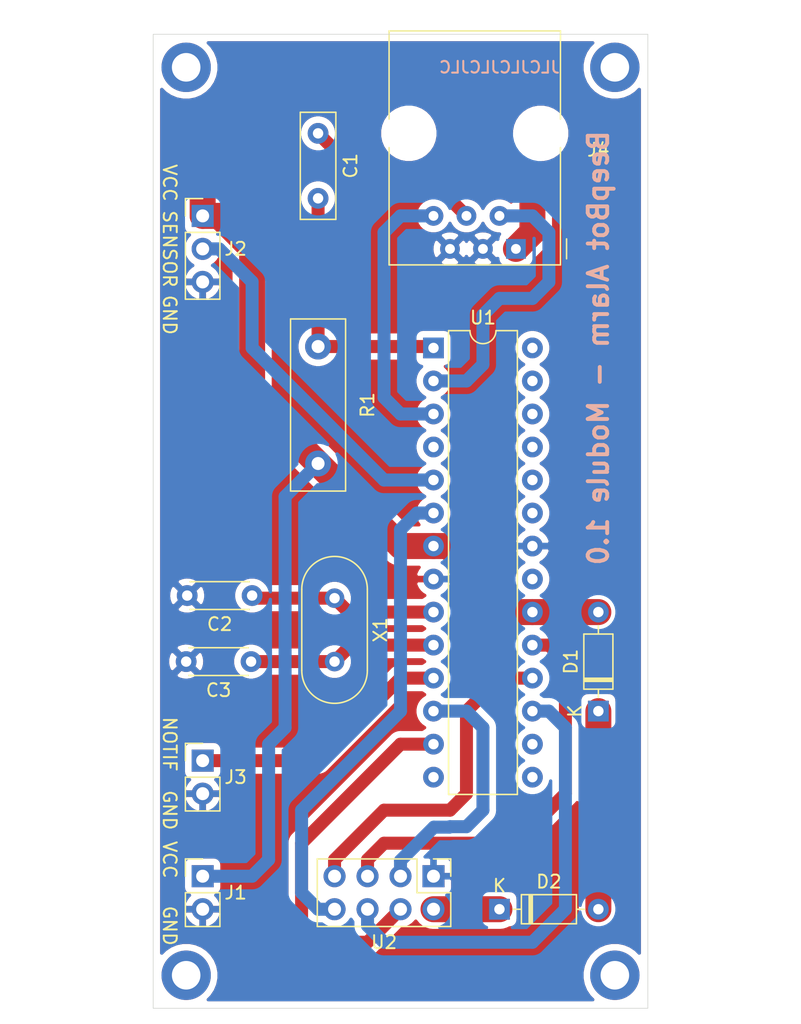
<source format=kicad_pcb>
(kicad_pcb (version 20171130) (host pcbnew "(5.1.9)-1")

  (general
    (thickness 1.6)
    (drawings 13)
    (tracks 105)
    (zones 0)
    (modules 17)
    (nets 30)
  )

  (page A4)
  (title_block
    (title "BeepBot Alarm - Module")
    (date 2021-02-07)
    (rev 1.0)
  )

  (layers
    (0 F.Cu signal)
    (31 B.Cu signal)
    (32 B.Adhes user)
    (33 F.Adhes user)
    (34 B.Paste user)
    (35 F.Paste user)
    (36 B.SilkS user)
    (37 F.SilkS user)
    (38 B.Mask user)
    (39 F.Mask user)
    (40 Dwgs.User user)
    (41 Cmts.User user)
    (42 Eco1.User user)
    (43 Eco2.User user)
    (44 Edge.Cuts user)
    (45 Margin user)
    (46 B.CrtYd user)
    (47 F.CrtYd user)
    (48 B.Fab user)
    (49 F.Fab user)
  )

  (setup
    (last_trace_width 1)
    (user_trace_width 0.5)
    (user_trace_width 1)
    (user_trace_width 2)
    (trace_clearance 0.2)
    (zone_clearance 0.508)
    (zone_45_only no)
    (trace_min 0.2)
    (via_size 0.8)
    (via_drill 0.4)
    (via_min_size 0.4)
    (via_min_drill 0.3)
    (uvia_size 0.3)
    (uvia_drill 0.1)
    (uvias_allowed no)
    (uvia_min_size 0.2)
    (uvia_min_drill 0.1)
    (edge_width 0.05)
    (segment_width 0.2)
    (pcb_text_width 0.3)
    (pcb_text_size 1.5 1.5)
    (mod_edge_width 0.12)
    (mod_text_size 1 1)
    (mod_text_width 0.15)
    (pad_size 1.524 1.524)
    (pad_drill 0.762)
    (pad_to_mask_clearance 0)
    (aux_axis_origin 0 0)
    (visible_elements 7FFFFFFF)
    (pcbplotparams
      (layerselection 0x010f0_ffffffff)
      (usegerberextensions false)
      (usegerberattributes false)
      (usegerberadvancedattributes false)
      (creategerberjobfile false)
      (excludeedgelayer true)
      (linewidth 0.150000)
      (plotframeref false)
      (viasonmask false)
      (mode 1)
      (useauxorigin false)
      (hpglpennumber 1)
      (hpglpenspeed 20)
      (hpglpendiameter 15.000000)
      (psnegative false)
      (psa4output false)
      (plotreference true)
      (plotvalue false)
      (plotinvisibletext false)
      (padsonsilk true)
      (subtractmaskfromsilk false)
      (outputformat 1)
      (mirror false)
      (drillshape 0)
      (scaleselection 1)
      (outputdirectory "gerber/"))
  )

  (net 0 "")
  (net 1 SERIAL_RTS)
  (net 2 RESET)
  (net 3 -BATT)
  (net 4 XTAL1)
  (net 5 XTAL2)
  (net 6 +BATT)
  (net 7 SERIAL_TXD)
  (net 8 SERIAL_RXD)
  (net 9 SENSOR)
  (net 10 NOTIF)
  (net 11 "Net-(U1-Pad15)")
  (net 12 "Net-(U1-Pad16)")
  (net 13 RF_MOSI)
  (net 14 "Net-(U1-Pad4)")
  (net 15 RF_MISO)
  (net 16 RF_SCK)
  (net 17 RF_IRQ)
  (net 18 "Net-(U1-Pad21)")
  (net 19 "Net-(U1-Pad23)")
  (net 20 "Net-(U1-Pad24)")
  (net 21 "Net-(U1-Pad25)")
  (net 22 RF_CE)
  (net 23 "Net-(U1-Pad26)")
  (net 24 RF_CSN)
  (net 25 "Net-(U1-Pad27)")
  (net 26 "Net-(U1-Pad14)")
  (net 27 "Net-(U1-Pad28)")
  (net 28 "Net-(D1-Pad1)")
  (net 29 "Net-(D2-Pad1)")

  (net_class Default "This is the default net class."
    (clearance 0.2)
    (trace_width 0.25)
    (via_dia 0.8)
    (via_drill 0.4)
    (uvia_dia 0.3)
    (uvia_drill 0.1)
    (add_net +BATT)
    (add_net -BATT)
    (add_net NOTIF)
    (add_net "Net-(D1-Pad1)")
    (add_net "Net-(D2-Pad1)")
    (add_net "Net-(U1-Pad14)")
    (add_net "Net-(U1-Pad15)")
    (add_net "Net-(U1-Pad16)")
    (add_net "Net-(U1-Pad21)")
    (add_net "Net-(U1-Pad23)")
    (add_net "Net-(U1-Pad24)")
    (add_net "Net-(U1-Pad25)")
    (add_net "Net-(U1-Pad26)")
    (add_net "Net-(U1-Pad27)")
    (add_net "Net-(U1-Pad28)")
    (add_net "Net-(U1-Pad4)")
    (add_net RESET)
    (add_net RF_CE)
    (add_net RF_CSN)
    (add_net RF_IRQ)
    (add_net RF_MISO)
    (add_net RF_MOSI)
    (add_net RF_SCK)
    (add_net SENSOR)
    (add_net SERIAL_RTS)
    (add_net SERIAL_RXD)
    (add_net SERIAL_TXD)
    (add_net XTAL1)
    (add_net XTAL2)
  )

  (module Package_DIP:DIP-28_W7.62mm (layer F.Cu) (tedit 5A02E8C5) (tstamp 6013977B)
    (at 59.69 49.53)
    (descr "28-lead though-hole mounted DIP package, row spacing 7.62 mm (300 mils)")
    (tags "THT DIP DIL PDIP 2.54mm 7.62mm 300mil")
    (path /6009B5FF)
    (fp_text reference U1 (at 3.81 -2.33) (layer F.SilkS)
      (effects (font (size 1 1) (thickness 0.15)))
    )
    (fp_text value ATmega328P-PU (at 3.81 35.35) (layer F.Fab)
      (effects (font (size 1 1) (thickness 0.15)))
    )
    (fp_line (start 8.7 -1.55) (end -1.1 -1.55) (layer F.CrtYd) (width 0.05))
    (fp_line (start 8.7 34.55) (end 8.7 -1.55) (layer F.CrtYd) (width 0.05))
    (fp_line (start -1.1 34.55) (end 8.7 34.55) (layer F.CrtYd) (width 0.05))
    (fp_line (start -1.1 -1.55) (end -1.1 34.55) (layer F.CrtYd) (width 0.05))
    (fp_line (start 6.46 -1.33) (end 4.81 -1.33) (layer F.SilkS) (width 0.12))
    (fp_line (start 6.46 34.35) (end 6.46 -1.33) (layer F.SilkS) (width 0.12))
    (fp_line (start 1.16 34.35) (end 6.46 34.35) (layer F.SilkS) (width 0.12))
    (fp_line (start 1.16 -1.33) (end 1.16 34.35) (layer F.SilkS) (width 0.12))
    (fp_line (start 2.81 -1.33) (end 1.16 -1.33) (layer F.SilkS) (width 0.12))
    (fp_line (start 0.635 -0.27) (end 1.635 -1.27) (layer F.Fab) (width 0.1))
    (fp_line (start 0.635 34.29) (end 0.635 -0.27) (layer F.Fab) (width 0.1))
    (fp_line (start 6.985 34.29) (end 0.635 34.29) (layer F.Fab) (width 0.1))
    (fp_line (start 6.985 -1.27) (end 6.985 34.29) (layer F.Fab) (width 0.1))
    (fp_line (start 1.635 -1.27) (end 6.985 -1.27) (layer F.Fab) (width 0.1))
    (fp_arc (start 3.81 -1.33) (end 2.81 -1.33) (angle -180) (layer F.SilkS) (width 0.12))
    (fp_text user %R (at 3.81 16.51) (layer F.Fab)
      (effects (font (size 1 1) (thickness 0.15)))
    )
    (pad 1 thru_hole rect (at 0 0) (size 1.6 1.6) (drill 0.8) (layers *.Cu *.Mask)
      (net 2 RESET))
    (pad 15 thru_hole oval (at 7.62 33.02) (size 1.6 1.6) (drill 0.8) (layers *.Cu *.Mask)
      (net 11 "Net-(U1-Pad15)"))
    (pad 2 thru_hole oval (at 0 2.54) (size 1.6 1.6) (drill 0.8) (layers *.Cu *.Mask)
      (net 8 SERIAL_RXD))
    (pad 16 thru_hole oval (at 7.62 30.48) (size 1.6 1.6) (drill 0.8) (layers *.Cu *.Mask)
      (net 12 "Net-(U1-Pad16)"))
    (pad 3 thru_hole oval (at 0 5.08) (size 1.6 1.6) (drill 0.8) (layers *.Cu *.Mask)
      (net 7 SERIAL_TXD))
    (pad 17 thru_hole oval (at 7.62 27.94) (size 1.6 1.6) (drill 0.8) (layers *.Cu *.Mask)
      (net 13 RF_MOSI))
    (pad 4 thru_hole oval (at 0 7.62) (size 1.6 1.6) (drill 0.8) (layers *.Cu *.Mask)
      (net 14 "Net-(U1-Pad4)"))
    (pad 18 thru_hole oval (at 7.62 25.4) (size 1.6 1.6) (drill 0.8) (layers *.Cu *.Mask)
      (net 15 RF_MISO))
    (pad 5 thru_hole oval (at 0 10.16) (size 1.6 1.6) (drill 0.8) (layers *.Cu *.Mask)
      (net 9 SENSOR))
    (pad 19 thru_hole oval (at 7.62 22.86) (size 1.6 1.6) (drill 0.8) (layers *.Cu *.Mask)
      (net 16 RF_SCK))
    (pad 6 thru_hole oval (at 0 12.7) (size 1.6 1.6) (drill 0.8) (layers *.Cu *.Mask)
      (net 17 RF_IRQ))
    (pad 20 thru_hole oval (at 7.62 20.32) (size 1.6 1.6) (drill 0.8) (layers *.Cu *.Mask)
      (net 6 +BATT))
    (pad 7 thru_hole oval (at 0 15.24) (size 1.6 1.6) (drill 0.8) (layers *.Cu *.Mask)
      (net 6 +BATT))
    (pad 21 thru_hole oval (at 7.62 17.78) (size 1.6 1.6) (drill 0.8) (layers *.Cu *.Mask)
      (net 18 "Net-(U1-Pad21)"))
    (pad 8 thru_hole oval (at 0 17.78) (size 1.6 1.6) (drill 0.8) (layers *.Cu *.Mask)
      (net 3 -BATT))
    (pad 22 thru_hole oval (at 7.62 15.24) (size 1.6 1.6) (drill 0.8) (layers *.Cu *.Mask)
      (net 3 -BATT))
    (pad 9 thru_hole oval (at 0 20.32) (size 1.6 1.6) (drill 0.8) (layers *.Cu *.Mask)
      (net 4 XTAL1))
    (pad 23 thru_hole oval (at 7.62 12.7) (size 1.6 1.6) (drill 0.8) (layers *.Cu *.Mask)
      (net 19 "Net-(U1-Pad23)"))
    (pad 10 thru_hole oval (at 0 22.86) (size 1.6 1.6) (drill 0.8) (layers *.Cu *.Mask)
      (net 5 XTAL2))
    (pad 24 thru_hole oval (at 7.62 10.16) (size 1.6 1.6) (drill 0.8) (layers *.Cu *.Mask)
      (net 20 "Net-(U1-Pad24)"))
    (pad 11 thru_hole oval (at 0 25.4) (size 1.6 1.6) (drill 0.8) (layers *.Cu *.Mask)
      (net 10 NOTIF))
    (pad 25 thru_hole oval (at 7.62 7.62) (size 1.6 1.6) (drill 0.8) (layers *.Cu *.Mask)
      (net 21 "Net-(U1-Pad25)"))
    (pad 12 thru_hole oval (at 0 27.94) (size 1.6 1.6) (drill 0.8) (layers *.Cu *.Mask)
      (net 22 RF_CE))
    (pad 26 thru_hole oval (at 7.62 5.08) (size 1.6 1.6) (drill 0.8) (layers *.Cu *.Mask)
      (net 23 "Net-(U1-Pad26)"))
    (pad 13 thru_hole oval (at 0 30.48) (size 1.6 1.6) (drill 0.8) (layers *.Cu *.Mask)
      (net 24 RF_CSN))
    (pad 27 thru_hole oval (at 7.62 2.54) (size 1.6 1.6) (drill 0.8) (layers *.Cu *.Mask)
      (net 25 "Net-(U1-Pad27)"))
    (pad 14 thru_hole oval (at 0 33.02) (size 1.6 1.6) (drill 0.8) (layers *.Cu *.Mask)
      (net 26 "Net-(U1-Pad14)"))
    (pad 28 thru_hole oval (at 7.62 0) (size 1.6 1.6) (drill 0.8) (layers *.Cu *.Mask)
      (net 27 "Net-(U1-Pad28)"))
    (model ${KISYS3DMOD}/Package_DIP.3dshapes/DIP-28_W7.62mm.wrl
      (at (xyz 0 0 0))
      (scale (xyz 1 1 1))
      (rotate (xyz 0 0 0))
    )
  )

  (module MountingHole:MountingHole_2.2mm_M2_DIN965_Pad (layer F.Cu) (tedit 56D1B4CB) (tstamp 60172582)
    (at 73.66 97.79)
    (descr "Mounting Hole 2.2mm, M2, DIN965")
    (tags "mounting hole 2.2mm m2 din965")
    (attr virtual)
    (fp_text reference REF** (at 0 -2.9) (layer F.SilkS) hide
      (effects (font (size 1 1) (thickness 0.15)))
    )
    (fp_text value MountingHole_2.2mm_M2_DIN965_Pad (at 0 2.9) (layer F.Fab)
      (effects (font (size 1 1) (thickness 0.15)))
    )
    (fp_circle (center 0 0) (end 1.9 0) (layer Cmts.User) (width 0.15))
    (fp_circle (center 0 0) (end 2.15 0) (layer F.CrtYd) (width 0.05))
    (fp_text user %R (at 0.3 0) (layer F.Fab)
      (effects (font (size 1 1) (thickness 0.15)))
    )
    (pad 1 thru_hole circle (at 0 0) (size 3.8 3.8) (drill 2.2) (layers *.Cu *.Mask))
  )

  (module MountingHole:MountingHole_2.2mm_M2_DIN965_Pad (layer F.Cu) (tedit 56D1B4CB) (tstamp 60172629)
    (at 40.64 27.94)
    (descr "Mounting Hole 2.2mm, M2, DIN965")
    (tags "mounting hole 2.2mm m2 din965")
    (attr virtual)
    (fp_text reference REF** (at 0 -2.9) (layer F.SilkS) hide
      (effects (font (size 1 1) (thickness 0.15)))
    )
    (fp_text value MountingHole_2.2mm_M2_DIN965_Pad (at 0 2.9) (layer F.Fab)
      (effects (font (size 1 1) (thickness 0.15)))
    )
    (fp_circle (center 0 0) (end 1.9 0) (layer Cmts.User) (width 0.15))
    (fp_circle (center 0 0) (end 2.15 0) (layer F.CrtYd) (width 0.05))
    (fp_text user %R (at 0.3 0) (layer F.Fab)
      (effects (font (size 1 1) (thickness 0.15)))
    )
    (pad 1 thru_hole circle (at 0 0) (size 3.8 3.8) (drill 2.2) (layers *.Cu *.Mask))
  )

  (module MountingHole:MountingHole_2.2mm_M2_DIN965_Pad (layer F.Cu) (tedit 56D1B4CB) (tstamp 60171FA5)
    (at 73.66 27.94)
    (descr "Mounting Hole 2.2mm, M2, DIN965")
    (tags "mounting hole 2.2mm m2 din965")
    (attr virtual)
    (fp_text reference REF** (at 0 -2.9) (layer F.SilkS) hide
      (effects (font (size 1 1) (thickness 0.15)))
    )
    (fp_text value MountingHole_2.2mm_M2_DIN965_Pad (at 0 2.9) (layer F.Fab)
      (effects (font (size 1 1) (thickness 0.15)))
    )
    (fp_circle (center 0 0) (end 1.9 0) (layer Cmts.User) (width 0.15))
    (fp_circle (center 0 0) (end 2.15 0) (layer F.CrtYd) (width 0.05))
    (fp_text user %R (at 0.3 0) (layer F.Fab)
      (effects (font (size 1 1) (thickness 0.15)))
    )
    (pad 1 thru_hole circle (at 0 0) (size 3.8 3.8) (drill 2.2) (layers *.Cu *.Mask))
  )

  (module MountingHole:MountingHole_2.2mm_M2_DIN965_Pad (layer F.Cu) (tedit 56D1B4CB) (tstamp 60171F7F)
    (at 40.64 97.79)
    (descr "Mounting Hole 2.2mm, M2, DIN965")
    (tags "mounting hole 2.2mm m2 din965")
    (attr virtual)
    (fp_text reference REF** (at 0 -2.9) (layer F.SilkS) hide
      (effects (font (size 1 1) (thickness 0.15)))
    )
    (fp_text value MountingHole_2.2mm_M2_DIN965_Pad (at 0 2.9) (layer F.Fab)
      (effects (font (size 1 1) (thickness 0.15)))
    )
    (fp_circle (center 0 0) (end 1.9 0) (layer Cmts.User) (width 0.15))
    (fp_circle (center 0 0) (end 2.15 0) (layer F.CrtYd) (width 0.05))
    (fp_text user %R (at 0.3 0) (layer F.Fab)
      (effects (font (size 1 1) (thickness 0.15)))
    )
    (pad 1 thru_hole circle (at 0 0) (size 3.8 3.8) (drill 2.2) (layers *.Cu *.Mask))
  )

  (module Connector_PinHeader_2.54mm:PinHeader_1x02_P2.54mm_Vertical (layer F.Cu) (tedit 59FED5CC) (tstamp 601720C5)
    (at 41.91 81.28)
    (descr "Through hole straight pin header, 1x02, 2.54mm pitch, single row")
    (tags "Through hole pin header THT 1x02 2.54mm single row")
    (path /601E476A)
    (fp_text reference J3 (at 2.54 1.27) (layer F.SilkS)
      (effects (font (size 1 1) (thickness 0.15)))
    )
    (fp_text value Conn_01x02 (at 0 4.87) (layer F.Fab)
      (effects (font (size 1 1) (thickness 0.15)))
    )
    (fp_line (start -0.635 -1.27) (end 1.27 -1.27) (layer F.Fab) (width 0.1))
    (fp_line (start 1.27 -1.27) (end 1.27 3.81) (layer F.Fab) (width 0.1))
    (fp_line (start 1.27 3.81) (end -1.27 3.81) (layer F.Fab) (width 0.1))
    (fp_line (start -1.27 3.81) (end -1.27 -0.635) (layer F.Fab) (width 0.1))
    (fp_line (start -1.27 -0.635) (end -0.635 -1.27) (layer F.Fab) (width 0.1))
    (fp_line (start -1.33 3.87) (end 1.33 3.87) (layer F.SilkS) (width 0.12))
    (fp_line (start -1.33 1.27) (end -1.33 3.87) (layer F.SilkS) (width 0.12))
    (fp_line (start 1.33 1.27) (end 1.33 3.87) (layer F.SilkS) (width 0.12))
    (fp_line (start -1.33 1.27) (end 1.33 1.27) (layer F.SilkS) (width 0.12))
    (fp_line (start -1.33 0) (end -1.33 -1.33) (layer F.SilkS) (width 0.12))
    (fp_line (start -1.33 -1.33) (end 0 -1.33) (layer F.SilkS) (width 0.12))
    (fp_line (start -1.8 -1.8) (end -1.8 4.35) (layer F.CrtYd) (width 0.05))
    (fp_line (start -1.8 4.35) (end 1.8 4.35) (layer F.CrtYd) (width 0.05))
    (fp_line (start 1.8 4.35) (end 1.8 -1.8) (layer F.CrtYd) (width 0.05))
    (fp_line (start 1.8 -1.8) (end -1.8 -1.8) (layer F.CrtYd) (width 0.05))
    (fp_text user %R (at 0 1.27 90) (layer F.Fab)
      (effects (font (size 1 1) (thickness 0.15)))
    )
    (pad 2 thru_hole oval (at 0 2.54) (size 1.7 1.7) (drill 1) (layers *.Cu *.Mask)
      (net 3 -BATT))
    (pad 1 thru_hole rect (at 0 0) (size 1.7 1.7) (drill 1) (layers *.Cu *.Mask)
      (net 10 NOTIF))
    (model ${KISYS3DMOD}/Connector_PinHeader_2.54mm.3dshapes/PinHeader_1x02_P2.54mm_Vertical.wrl
      (at (xyz 0 0 0))
      (scale (xyz 1 1 1))
      (rotate (xyz 0 0 0))
    )
  )

  (module Connector_PinHeader_2.54mm:PinHeader_1x02_P2.54mm_Vertical (layer F.Cu) (tedit 59FED5CC) (tstamp 60172008)
    (at 41.91 90.17)
    (descr "Through hole straight pin header, 1x02, 2.54mm pitch, single row")
    (tags "Through hole pin header THT 1x02 2.54mm single row")
    (path /601BAB98)
    (fp_text reference J1 (at 2.54 1.27) (layer F.SilkS)
      (effects (font (size 1 1) (thickness 0.15)))
    )
    (fp_text value Conn_01x02 (at 0 4.87) (layer F.Fab)
      (effects (font (size 1 1) (thickness 0.15)))
    )
    (fp_line (start -0.635 -1.27) (end 1.27 -1.27) (layer F.Fab) (width 0.1))
    (fp_line (start 1.27 -1.27) (end 1.27 3.81) (layer F.Fab) (width 0.1))
    (fp_line (start 1.27 3.81) (end -1.27 3.81) (layer F.Fab) (width 0.1))
    (fp_line (start -1.27 3.81) (end -1.27 -0.635) (layer F.Fab) (width 0.1))
    (fp_line (start -1.27 -0.635) (end -0.635 -1.27) (layer F.Fab) (width 0.1))
    (fp_line (start -1.33 3.87) (end 1.33 3.87) (layer F.SilkS) (width 0.12))
    (fp_line (start -1.33 1.27) (end -1.33 3.87) (layer F.SilkS) (width 0.12))
    (fp_line (start 1.33 1.27) (end 1.33 3.87) (layer F.SilkS) (width 0.12))
    (fp_line (start -1.33 1.27) (end 1.33 1.27) (layer F.SilkS) (width 0.12))
    (fp_line (start -1.33 0) (end -1.33 -1.33) (layer F.SilkS) (width 0.12))
    (fp_line (start -1.33 -1.33) (end 0 -1.33) (layer F.SilkS) (width 0.12))
    (fp_line (start -1.8 -1.8) (end -1.8 4.35) (layer F.CrtYd) (width 0.05))
    (fp_line (start -1.8 4.35) (end 1.8 4.35) (layer F.CrtYd) (width 0.05))
    (fp_line (start 1.8 4.35) (end 1.8 -1.8) (layer F.CrtYd) (width 0.05))
    (fp_line (start 1.8 -1.8) (end -1.8 -1.8) (layer F.CrtYd) (width 0.05))
    (fp_text user %R (at 0 1.27 90) (layer F.Fab)
      (effects (font (size 1 1) (thickness 0.15)))
    )
    (pad 2 thru_hole oval (at 0 2.54) (size 1.7 1.7) (drill 1) (layers *.Cu *.Mask)
      (net 3 -BATT))
    (pad 1 thru_hole rect (at 0 0) (size 1.7 1.7) (drill 1) (layers *.Cu *.Mask)
      (net 6 +BATT))
    (model ${KISYS3DMOD}/Connector_PinHeader_2.54mm.3dshapes/PinHeader_1x02_P2.54mm_Vertical.wrl
      (at (xyz 0 0 0))
      (scale (xyz 1 1 1))
      (rotate (xyz 0 0 0))
    )
  )

  (module Capacitor_THT:C_Disc_D8.0mm_W2.5mm_P5.00mm (layer F.Cu) (tedit 5AE50EF0) (tstamp 6013AD70)
    (at 50.8 33.02 270)
    (descr "C, Disc series, Radial, pin pitch=5.00mm, , diameter*width=8*2.5mm^2, Capacitor, http://cdn-reichelt.de/documents/datenblatt/B300/DS_KERKO_TC.pdf")
    (tags "C Disc series Radial pin pitch 5.00mm  diameter 8mm width 2.5mm Capacitor")
    (path /600A4F6D)
    (fp_text reference C1 (at 2.5 -2.5 90) (layer F.SilkS)
      (effects (font (size 1 1) (thickness 0.15)))
    )
    (fp_text value 100n (at 2.5 2.5 90) (layer F.Fab)
      (effects (font (size 1 1) (thickness 0.15)))
    )
    (fp_line (start 6.75 -1.5) (end -1.75 -1.5) (layer F.CrtYd) (width 0.05))
    (fp_line (start 6.75 1.5) (end 6.75 -1.5) (layer F.CrtYd) (width 0.05))
    (fp_line (start -1.75 1.5) (end 6.75 1.5) (layer F.CrtYd) (width 0.05))
    (fp_line (start -1.75 -1.5) (end -1.75 1.5) (layer F.CrtYd) (width 0.05))
    (fp_line (start 6.62 -1.37) (end 6.62 1.37) (layer F.SilkS) (width 0.12))
    (fp_line (start -1.62 -1.37) (end -1.62 1.37) (layer F.SilkS) (width 0.12))
    (fp_line (start -1.62 1.37) (end 6.62 1.37) (layer F.SilkS) (width 0.12))
    (fp_line (start -1.62 -1.37) (end 6.62 -1.37) (layer F.SilkS) (width 0.12))
    (fp_line (start 6.5 -1.25) (end -1.5 -1.25) (layer F.Fab) (width 0.1))
    (fp_line (start 6.5 1.25) (end 6.5 -1.25) (layer F.Fab) (width 0.1))
    (fp_line (start -1.5 1.25) (end 6.5 1.25) (layer F.Fab) (width 0.1))
    (fp_line (start -1.5 -1.25) (end -1.5 1.25) (layer F.Fab) (width 0.1))
    (fp_text user %R (at 2.5 0 90) (layer F.Fab)
      (effects (font (size 1 1) (thickness 0.15)))
    )
    (pad 1 thru_hole circle (at 0 0 270) (size 1.6 1.6) (drill 0.8) (layers *.Cu *.Mask)
      (net 1 SERIAL_RTS))
    (pad 2 thru_hole circle (at 5 0 270) (size 1.6 1.6) (drill 0.8) (layers *.Cu *.Mask)
      (net 2 RESET))
    (model ${KISYS3DMOD}/Capacitor_THT.3dshapes/C_Disc_D8.0mm_W2.5mm_P5.00mm.wrl
      (at (xyz 0 0 0))
      (scale (xyz 1 1 1))
      (rotate (xyz 0 0 0))
    )
  )

  (module Capacitor_THT:C_Disc_D4.3mm_W1.9mm_P5.00mm (layer F.Cu) (tedit 5AE50EF0) (tstamp 6017205B)
    (at 45.72 68.58 180)
    (descr "C, Disc series, Radial, pin pitch=5.00mm, , diameter*width=4.3*1.9mm^2, Capacitor, http://www.vishay.com/docs/45233/krseries.pdf")
    (tags "C Disc series Radial pin pitch 5.00mm  diameter 4.3mm width 1.9mm Capacitor")
    (path /600A4939)
    (fp_text reference C2 (at 2.5 -2.2) (layer F.SilkS)
      (effects (font (size 1 1) (thickness 0.15)))
    )
    (fp_text value 22p (at 2.5 2.2) (layer F.Fab)
      (effects (font (size 1 1) (thickness 0.15)))
    )
    (fp_line (start 0.35 -0.95) (end 0.35 0.95) (layer F.Fab) (width 0.1))
    (fp_line (start 0.35 0.95) (end 4.65 0.95) (layer F.Fab) (width 0.1))
    (fp_line (start 4.65 0.95) (end 4.65 -0.95) (layer F.Fab) (width 0.1))
    (fp_line (start 4.65 -0.95) (end 0.35 -0.95) (layer F.Fab) (width 0.1))
    (fp_line (start 0.23 -1.07) (end 4.77 -1.07) (layer F.SilkS) (width 0.12))
    (fp_line (start 0.23 1.07) (end 4.77 1.07) (layer F.SilkS) (width 0.12))
    (fp_line (start 0.23 -1.07) (end 0.23 -1.055) (layer F.SilkS) (width 0.12))
    (fp_line (start 0.23 1.055) (end 0.23 1.07) (layer F.SilkS) (width 0.12))
    (fp_line (start 4.77 -1.07) (end 4.77 -1.055) (layer F.SilkS) (width 0.12))
    (fp_line (start 4.77 1.055) (end 4.77 1.07) (layer F.SilkS) (width 0.12))
    (fp_line (start -1.05 -1.2) (end -1.05 1.2) (layer F.CrtYd) (width 0.05))
    (fp_line (start -1.05 1.2) (end 6.05 1.2) (layer F.CrtYd) (width 0.05))
    (fp_line (start 6.05 1.2) (end 6.05 -1.2) (layer F.CrtYd) (width 0.05))
    (fp_line (start 6.05 -1.2) (end -1.05 -1.2) (layer F.CrtYd) (width 0.05))
    (fp_text user %R (at 2.5 0) (layer F.Fab)
      (effects (font (size 0.86 0.86) (thickness 0.129)))
    )
    (pad 2 thru_hole circle (at 5 0 180) (size 1.6 1.6) (drill 0.8) (layers *.Cu *.Mask)
      (net 3 -BATT))
    (pad 1 thru_hole circle (at 0 0 180) (size 1.6 1.6) (drill 0.8) (layers *.Cu *.Mask)
      (net 4 XTAL1))
    (model ${KISYS3DMOD}/Capacitor_THT.3dshapes/C_Disc_D4.3mm_W1.9mm_P5.00mm.wrl
      (at (xyz 0 0 0))
      (scale (xyz 1 1 1))
      (rotate (xyz 0 0 0))
    )
  )

  (module Capacitor_THT:C_Disc_D4.3mm_W1.9mm_P5.00mm (layer F.Cu) (tedit 5AE50EF0) (tstamp 6015E156)
    (at 45.64 73.66 180)
    (descr "C, Disc series, Radial, pin pitch=5.00mm, , diameter*width=4.3*1.9mm^2, Capacitor, http://www.vishay.com/docs/45233/krseries.pdf")
    (tags "C Disc series Radial pin pitch 5.00mm  diameter 4.3mm width 1.9mm Capacitor")
    (path /600A449C)
    (fp_text reference C3 (at 2.5 -2.2) (layer F.SilkS)
      (effects (font (size 1 1) (thickness 0.15)))
    )
    (fp_text value 22p (at 2.5 2.2) (layer F.Fab)
      (effects (font (size 1 1) (thickness 0.15)))
    )
    (fp_line (start 0.35 -0.95) (end 0.35 0.95) (layer F.Fab) (width 0.1))
    (fp_line (start 0.35 0.95) (end 4.65 0.95) (layer F.Fab) (width 0.1))
    (fp_line (start 4.65 0.95) (end 4.65 -0.95) (layer F.Fab) (width 0.1))
    (fp_line (start 4.65 -0.95) (end 0.35 -0.95) (layer F.Fab) (width 0.1))
    (fp_line (start 0.23 -1.07) (end 4.77 -1.07) (layer F.SilkS) (width 0.12))
    (fp_line (start 0.23 1.07) (end 4.77 1.07) (layer F.SilkS) (width 0.12))
    (fp_line (start 0.23 -1.07) (end 0.23 -1.055) (layer F.SilkS) (width 0.12))
    (fp_line (start 0.23 1.055) (end 0.23 1.07) (layer F.SilkS) (width 0.12))
    (fp_line (start 4.77 -1.07) (end 4.77 -1.055) (layer F.SilkS) (width 0.12))
    (fp_line (start 4.77 1.055) (end 4.77 1.07) (layer F.SilkS) (width 0.12))
    (fp_line (start -1.05 -1.2) (end -1.05 1.2) (layer F.CrtYd) (width 0.05))
    (fp_line (start -1.05 1.2) (end 6.05 1.2) (layer F.CrtYd) (width 0.05))
    (fp_line (start 6.05 1.2) (end 6.05 -1.2) (layer F.CrtYd) (width 0.05))
    (fp_line (start 6.05 -1.2) (end -1.05 -1.2) (layer F.CrtYd) (width 0.05))
    (fp_text user %R (at 2.5 0) (layer F.Fab)
      (effects (font (size 0.86 0.86) (thickness 0.129)))
    )
    (pad 2 thru_hole circle (at 5 0 180) (size 1.6 1.6) (drill 0.8) (layers *.Cu *.Mask)
      (net 3 -BATT))
    (pad 1 thru_hole circle (at 0 0 180) (size 1.6 1.6) (drill 0.8) (layers *.Cu *.Mask)
      (net 5 XTAL2))
    (model ${KISYS3DMOD}/Capacitor_THT.3dshapes/C_Disc_D4.3mm_W1.9mm_P5.00mm.wrl
      (at (xyz 0 0 0))
      (scale (xyz 1 1 1))
      (rotate (xyz 0 0 0))
    )
  )

  (module Connector_RJ:RJ12_Amphenol_54601 (layer F.Cu) (tedit 5AE2E32D) (tstamp 6013970C)
    (at 66.04 41.91 180)
    (descr "RJ12 connector  https://cdn.amphenol-icc.com/media/wysiwyg/files/drawing/c-bmj-0082.pdf")
    (tags "RJ12 connector")
    (path /600F7451)
    (fp_text reference J4 (at -6.35 7.62) (layer F.SilkS)
      (effects (font (size 1 1) (thickness 0.15)))
    )
    (fp_text value Serial (at 3.54 18.3) (layer F.Fab)
      (effects (font (size 1 1) (thickness 0.15)))
    )
    (fp_line (start -3.43 16.77) (end -3.43 0.52) (layer F.Fab) (width 0.1))
    (fp_line (start -3.43 -1.23) (end 9.77 -1.23) (layer F.Fab) (width 0.1))
    (fp_line (start 9.77 -1.23) (end 9.77 16.77) (layer F.Fab) (width 0.1))
    (fp_line (start 9.77 16.77) (end -3.43 16.77) (layer F.Fab) (width 0.1))
    (fp_line (start -4.04 -1.73) (end 10.38 -1.73) (layer F.CrtYd) (width 0.05))
    (fp_line (start 10.38 -1.73) (end 10.38 17.27) (layer F.CrtYd) (width 0.05))
    (fp_line (start 10.38 17.27) (end -4.04 17.27) (layer F.CrtYd) (width 0.05))
    (fp_line (start -4.04 17.27) (end -4.04 -1.73) (layer F.CrtYd) (width 0.05))
    (fp_line (start -3.43 -1.23) (end 9.77 -1.23) (layer F.SilkS) (width 0.12))
    (fp_line (start 9.77 -1.23) (end 9.77 7.79) (layer F.SilkS) (width 0.12))
    (fp_line (start 9.77 16.65) (end 9.77 16.77) (layer F.SilkS) (width 0.1))
    (fp_line (start 9.77 16.77) (end 9.77 9.99) (layer F.SilkS) (width 0.12))
    (fp_line (start 9.77 16.76) (end 9.77 16.77) (layer F.SilkS) (width 0.1))
    (fp_line (start 9.77 16.77) (end -3.43 16.77) (layer F.SilkS) (width 0.12))
    (fp_line (start -3.43 16.77) (end -3.43 9.99) (layer F.SilkS) (width 0.12))
    (fp_line (start -3.43 7.72) (end -3.43 7.79) (layer F.SilkS) (width 0.1))
    (fp_line (start -3.43 7.79) (end -3.43 -1.23) (layer F.SilkS) (width 0.12))
    (fp_line (start -3.9 0.77) (end -3.9 -0.76) (layer F.SilkS) (width 0.12))
    (fp_line (start -3.43 0.52) (end -2.93 0.02) (layer F.Fab) (width 0.1))
    (fp_line (start -2.93 0.02) (end -3.43 -0.48) (layer F.Fab) (width 0.1))
    (fp_line (start -3.43 -0.48) (end -3.43 -1.23) (layer F.Fab) (width 0.1))
    (fp_text user %R (at 3.16 7.76) (layer F.Fab)
      (effects (font (size 1 1) (thickness 0.15)))
    )
    (pad "" np_thru_hole circle (at 8.25 8.89 180) (size 3.25 3.25) (drill 3.25) (layers *.Cu *.Mask))
    (pad 6 thru_hole circle (at 6.35 2.54 180) (size 1.52 1.52) (drill 0.76) (layers *.Cu *.Mask)
      (net 7 SERIAL_TXD))
    (pad 5 thru_hole circle (at 5.08 0 180) (size 1.52 1.52) (drill 0.76) (layers *.Cu *.Mask)
      (net 3 -BATT))
    (pad 4 thru_hole circle (at 3.81 2.54 180) (size 1.52 1.52) (drill 0.76) (layers *.Cu *.Mask)
      (net 1 SERIAL_RTS))
    (pad 3 thru_hole circle (at 2.54 0 180) (size 1.52 1.52) (drill 0.76) (layers *.Cu *.Mask)
      (net 3 -BATT))
    (pad 2 thru_hole circle (at 1.27 2.54 180) (size 1.52 1.52) (drill 0.76) (layers *.Cu *.Mask)
      (net 8 SERIAL_RXD))
    (pad "" np_thru_hole circle (at -1.91 8.89 180) (size 3.25 3.25) (drill 3.25) (layers *.Cu *.Mask))
    (pad 1 thru_hole rect (at 0 0 180) (size 1.52 1.52) (drill 0.76) (layers *.Cu *.Mask)
      (net 6 +BATT))
    (model ${KISYS3DMOD}/Connector_RJ.3dshapes/RJ12_Amphenol_54601.wrl
      (at (xyz 0 0 0))
      (scale (xyz 1 1 1))
      (rotate (xyz 0 0 0))
    )
  )

  (module Connector_PinHeader_2.54mm:PinHeader_1x03_P2.54mm_Vertical (layer F.Cu) (tedit 59FED5CC) (tstamp 6013ACB2)
    (at 41.91 39.37)
    (descr "Through hole straight pin header, 1x03, 2.54mm pitch, single row")
    (tags "Through hole pin header THT 1x03 2.54mm single row")
    (path /6017BF20)
    (fp_text reference J2 (at 2.54 2.54) (layer F.SilkS)
      (effects (font (size 1 1) (thickness 0.15)))
    )
    (fp_text value Conn_01x03 (at 0 7.41) (layer F.Fab)
      (effects (font (size 1 1) (thickness 0.15)))
    )
    (fp_line (start 1.8 -1.8) (end -1.8 -1.8) (layer F.CrtYd) (width 0.05))
    (fp_line (start 1.8 6.85) (end 1.8 -1.8) (layer F.CrtYd) (width 0.05))
    (fp_line (start -1.8 6.85) (end 1.8 6.85) (layer F.CrtYd) (width 0.05))
    (fp_line (start -1.8 -1.8) (end -1.8 6.85) (layer F.CrtYd) (width 0.05))
    (fp_line (start -1.33 -1.33) (end 0 -1.33) (layer F.SilkS) (width 0.12))
    (fp_line (start -1.33 0) (end -1.33 -1.33) (layer F.SilkS) (width 0.12))
    (fp_line (start -1.33 1.27) (end 1.33 1.27) (layer F.SilkS) (width 0.12))
    (fp_line (start 1.33 1.27) (end 1.33 6.41) (layer F.SilkS) (width 0.12))
    (fp_line (start -1.33 1.27) (end -1.33 6.41) (layer F.SilkS) (width 0.12))
    (fp_line (start -1.33 6.41) (end 1.33 6.41) (layer F.SilkS) (width 0.12))
    (fp_line (start -1.27 -0.635) (end -0.635 -1.27) (layer F.Fab) (width 0.1))
    (fp_line (start -1.27 6.35) (end -1.27 -0.635) (layer F.Fab) (width 0.1))
    (fp_line (start 1.27 6.35) (end -1.27 6.35) (layer F.Fab) (width 0.1))
    (fp_line (start 1.27 -1.27) (end 1.27 6.35) (layer F.Fab) (width 0.1))
    (fp_line (start -0.635 -1.27) (end 1.27 -1.27) (layer F.Fab) (width 0.1))
    (fp_text user %R (at 0 2.54 90) (layer F.Fab)
      (effects (font (size 1 1) (thickness 0.15)))
    )
    (pad 1 thru_hole rect (at 0 0) (size 1.7 1.7) (drill 1) (layers *.Cu *.Mask)
      (net 6 +BATT))
    (pad 2 thru_hole oval (at 0 2.54) (size 1.7 1.7) (drill 1) (layers *.Cu *.Mask)
      (net 9 SENSOR))
    (pad 3 thru_hole oval (at 0 5.08) (size 1.7 1.7) (drill 1) (layers *.Cu *.Mask)
      (net 3 -BATT))
    (model ${KISYS3DMOD}/Connector_PinHeader_2.54mm.3dshapes/PinHeader_1x03_P2.54mm_Vertical.wrl
      (at (xyz 0 0 0))
      (scale (xyz 1 1 1))
      (rotate (xyz 0 0 0))
    )
  )

  (module Resistor_THT:R_Box_L13.0mm_W4.0mm_P9.00mm (layer F.Cu) (tedit 5AE5139B) (tstamp 6013974B)
    (at 50.8 58.42 90)
    (descr "Resistor, Box series, Radial, pin pitch=9.00mm, 2W, length*width=13.0*4.0mm^2, http://www.produktinfo.conrad.com/datenblaetter/425000-449999/443860-da-01-de-METALLBAND_WIDERSTAND_0_1_OHM_5W_5Pr.pdf")
    (tags "Resistor Box series Radial pin pitch 9.00mm 2W length 13.0mm width 4.0mm")
    (path /600A6989)
    (fp_text reference R1 (at 4.5 3.81 90) (layer F.SilkS)
      (effects (font (size 1 1) (thickness 0.15)))
    )
    (fp_text value 10k (at 4.5 -3.81 90) (layer F.Fab)
      (effects (font (size 1 1) (thickness 0.15)))
    )
    (fp_line (start 11.25 -2.25) (end -2.25 -2.25) (layer F.CrtYd) (width 0.05))
    (fp_line (start 11.25 2.25) (end 11.25 -2.25) (layer F.CrtYd) (width 0.05))
    (fp_line (start -2.25 2.25) (end 11.25 2.25) (layer F.CrtYd) (width 0.05))
    (fp_line (start -2.25 -2.25) (end -2.25 2.25) (layer F.CrtYd) (width 0.05))
    (fp_line (start 11.12 -2.12) (end 11.12 2.12) (layer F.SilkS) (width 0.12))
    (fp_line (start -2.12 -2.12) (end -2.12 2.12) (layer F.SilkS) (width 0.12))
    (fp_line (start -2.12 2.12) (end 11.12 2.12) (layer F.SilkS) (width 0.12))
    (fp_line (start -2.12 -2.12) (end 11.12 -2.12) (layer F.SilkS) (width 0.12))
    (fp_line (start 11 -2) (end -2 -2) (layer F.Fab) (width 0.1))
    (fp_line (start 11 2) (end 11 -2) (layer F.Fab) (width 0.1))
    (fp_line (start -2 2) (end 11 2) (layer F.Fab) (width 0.1))
    (fp_line (start -2 -2) (end -2 2) (layer F.Fab) (width 0.1))
    (fp_text user %R (at 4.5 0 90) (layer F.Fab)
      (effects (font (size 1 1) (thickness 0.15)))
    )
    (pad 1 thru_hole circle (at 0 0 90) (size 2 2) (drill 1) (layers *.Cu *.Mask)
      (net 6 +BATT))
    (pad 2 thru_hole circle (at 9 0 90) (size 2 2) (drill 1) (layers *.Cu *.Mask)
      (net 2 RESET))
    (model ${KISYS3DMOD}/Resistor_THT.3dshapes/R_Box_L13.0mm_W4.0mm_P9.00mm.wrl
      (at (xyz 0 0 0))
      (scale (xyz 1 1 1))
      (rotate (xyz 0 0 0))
    )
  )

  (module Connector_PinHeader_2.54mm:PinHeader_2x04_P2.54mm_Vertical (layer F.Cu) (tedit 59FED5CC) (tstamp 601471BD)
    (at 59.69 90.17 270)
    (descr "Through hole straight pin header, 2x04, 2.54mm pitch, double rows")
    (tags "Through hole pin header THT 2x04 2.54mm double row")
    (path /600D4DB4)
    (fp_text reference U2 (at 5.08 3.81 180) (layer F.SilkS)
      (effects (font (size 1 1) (thickness 0.15)))
    )
    (fp_text value NRF24L01_Breakout (at 1.27 9.95 90) (layer F.Fab)
      (effects (font (size 1 1) (thickness 0.15)))
    )
    (fp_line (start 4.35 -1.8) (end -1.8 -1.8) (layer F.CrtYd) (width 0.05))
    (fp_line (start 4.35 9.4) (end 4.35 -1.8) (layer F.CrtYd) (width 0.05))
    (fp_line (start -1.8 9.4) (end 4.35 9.4) (layer F.CrtYd) (width 0.05))
    (fp_line (start -1.8 -1.8) (end -1.8 9.4) (layer F.CrtYd) (width 0.05))
    (fp_line (start -1.33 -1.33) (end 0 -1.33) (layer F.SilkS) (width 0.12))
    (fp_line (start -1.33 0) (end -1.33 -1.33) (layer F.SilkS) (width 0.12))
    (fp_line (start 1.27 -1.33) (end 3.87 -1.33) (layer F.SilkS) (width 0.12))
    (fp_line (start 1.27 1.27) (end 1.27 -1.33) (layer F.SilkS) (width 0.12))
    (fp_line (start -1.33 1.27) (end 1.27 1.27) (layer F.SilkS) (width 0.12))
    (fp_line (start 3.87 -1.33) (end 3.87 8.95) (layer F.SilkS) (width 0.12))
    (fp_line (start -1.33 1.27) (end -1.33 8.95) (layer F.SilkS) (width 0.12))
    (fp_line (start -1.33 8.95) (end 3.87 8.95) (layer F.SilkS) (width 0.12))
    (fp_line (start -1.27 0) (end 0 -1.27) (layer F.Fab) (width 0.1))
    (fp_line (start -1.27 8.89) (end -1.27 0) (layer F.Fab) (width 0.1))
    (fp_line (start 3.81 8.89) (end -1.27 8.89) (layer F.Fab) (width 0.1))
    (fp_line (start 3.81 -1.27) (end 3.81 8.89) (layer F.Fab) (width 0.1))
    (fp_line (start 0 -1.27) (end 3.81 -1.27) (layer F.Fab) (width 0.1))
    (fp_text user %R (at 1.27 3.81 270) (layer F.Fab)
      (effects (font (size 1 1) (thickness 0.15)))
    )
    (pad 1 thru_hole rect (at 0 0 270) (size 1.7 1.7) (drill 1) (layers *.Cu *.Mask)
      (net 3 -BATT))
    (pad 2 thru_hole oval (at 2.54 0 270) (size 1.7 1.7) (drill 1) (layers *.Cu *.Mask)
      (net 29 "Net-(D2-Pad1)"))
    (pad 3 thru_hole oval (at 0 2.54 270) (size 1.7 1.7) (drill 1) (layers *.Cu *.Mask)
      (net 22 RF_CE))
    (pad 4 thru_hole oval (at 2.54 2.54 270) (size 1.7 1.7) (drill 1) (layers *.Cu *.Mask)
      (net 24 RF_CSN))
    (pad 5 thru_hole oval (at 0 5.08 270) (size 1.7 1.7) (drill 1) (layers *.Cu *.Mask)
      (net 16 RF_SCK))
    (pad 6 thru_hole oval (at 2.54 5.08 270) (size 1.7 1.7) (drill 1) (layers *.Cu *.Mask)
      (net 13 RF_MOSI))
    (pad 7 thru_hole oval (at 0 7.62 270) (size 1.7 1.7) (drill 1) (layers *.Cu *.Mask)
      (net 15 RF_MISO))
    (pad 8 thru_hole oval (at 2.54 7.62 270) (size 1.7 1.7) (drill 1) (layers *.Cu *.Mask)
      (net 17 RF_IRQ))
    (model ${KISYS3DMOD}/Connector_PinHeader_2.54mm.3dshapes/PinHeader_2x04_P2.54mm_Vertical.wrl
      (at (xyz 0 0 0))
      (scale (xyz 1 1 1))
      (rotate (xyz 0 0 0))
    )
  )

  (module Crystal:Crystal_HC49-U_Vertical (layer F.Cu) (tedit 5A1AD3B8) (tstamp 6013A2EC)
    (at 52.07 68.78 270)
    (descr "Crystal THT HC-49/U http://5hertz.com/pdfs/04404_D.pdf")
    (tags "THT crystalHC-49/U")
    (path /600A2D48)
    (fp_text reference X1 (at 2.44 -3.525 90) (layer F.SilkS)
      (effects (font (size 1 1) (thickness 0.15)))
    )
    (fp_text value 8M (at 2.44 3.525 90) (layer F.Fab)
      (effects (font (size 1 1) (thickness 0.15)))
    )
    (fp_line (start 8.4 -2.8) (end -3.5 -2.8) (layer F.CrtYd) (width 0.05))
    (fp_line (start 8.4 2.8) (end 8.4 -2.8) (layer F.CrtYd) (width 0.05))
    (fp_line (start -3.5 2.8) (end 8.4 2.8) (layer F.CrtYd) (width 0.05))
    (fp_line (start -3.5 -2.8) (end -3.5 2.8) (layer F.CrtYd) (width 0.05))
    (fp_line (start -0.685 2.525) (end 5.565 2.525) (layer F.SilkS) (width 0.12))
    (fp_line (start -0.685 -2.525) (end 5.565 -2.525) (layer F.SilkS) (width 0.12))
    (fp_line (start -0.56 2) (end 5.44 2) (layer F.Fab) (width 0.1))
    (fp_line (start -0.56 -2) (end 5.44 -2) (layer F.Fab) (width 0.1))
    (fp_line (start -0.685 2.325) (end 5.565 2.325) (layer F.Fab) (width 0.1))
    (fp_line (start -0.685 -2.325) (end 5.565 -2.325) (layer F.Fab) (width 0.1))
    (fp_text user %R (at 2.44 0 90) (layer F.Fab)
      (effects (font (size 1 1) (thickness 0.15)))
    )
    (fp_arc (start -0.685 0) (end -0.685 -2.325) (angle -180) (layer F.Fab) (width 0.1))
    (fp_arc (start 5.565 0) (end 5.565 -2.325) (angle 180) (layer F.Fab) (width 0.1))
    (fp_arc (start -0.56 0) (end -0.56 -2) (angle -180) (layer F.Fab) (width 0.1))
    (fp_arc (start 5.44 0) (end 5.44 -2) (angle 180) (layer F.Fab) (width 0.1))
    (fp_arc (start -0.685 0) (end -0.685 -2.525) (angle -180) (layer F.SilkS) (width 0.12))
    (fp_arc (start 5.565 0) (end 5.565 -2.525) (angle 180) (layer F.SilkS) (width 0.12))
    (pad 1 thru_hole circle (at 0 0 270) (size 1.5 1.5) (drill 0.8) (layers *.Cu *.Mask)
      (net 4 XTAL1))
    (pad 2 thru_hole circle (at 4.88 0 270) (size 1.5 1.5) (drill 0.8) (layers *.Cu *.Mask)
      (net 5 XTAL2))
    (model ${KISYS3DMOD}/Crystal.3dshapes/Crystal_HC49-U_Vertical.wrl
      (at (xyz 0 0 0))
      (scale (xyz 1 1 1))
      (rotate (xyz 0 0 0))
    )
  )

  (module Diode_THT:D_DO-35_SOD27_P7.62mm_Horizontal (layer F.Cu) (tedit 5AE50CD5) (tstamp 6072F24C)
    (at 72.39 77.47 90)
    (descr "Diode, DO-35_SOD27 series, Axial, Horizontal, pin pitch=7.62mm, , length*diameter=4*2mm^2, , http://www.diodes.com/_files/packages/DO-35.pdf")
    (tags "Diode DO-35_SOD27 series Axial Horizontal pin pitch 7.62mm  length 4mm diameter 2mm")
    (path /607354EB)
    (fp_text reference D1 (at 3.81 -2.12 90) (layer F.SilkS)
      (effects (font (size 1 1) (thickness 0.15)))
    )
    (fp_text value D (at 3.81 2.12 90) (layer F.Fab)
      (effects (font (size 1 1) (thickness 0.15)))
    )
    (fp_line (start 8.67 -1.25) (end -1.05 -1.25) (layer F.CrtYd) (width 0.05))
    (fp_line (start 8.67 1.25) (end 8.67 -1.25) (layer F.CrtYd) (width 0.05))
    (fp_line (start -1.05 1.25) (end 8.67 1.25) (layer F.CrtYd) (width 0.05))
    (fp_line (start -1.05 -1.25) (end -1.05 1.25) (layer F.CrtYd) (width 0.05))
    (fp_line (start 2.29 -1.12) (end 2.29 1.12) (layer F.SilkS) (width 0.12))
    (fp_line (start 2.53 -1.12) (end 2.53 1.12) (layer F.SilkS) (width 0.12))
    (fp_line (start 2.41 -1.12) (end 2.41 1.12) (layer F.SilkS) (width 0.12))
    (fp_line (start 6.58 0) (end 5.93 0) (layer F.SilkS) (width 0.12))
    (fp_line (start 1.04 0) (end 1.69 0) (layer F.SilkS) (width 0.12))
    (fp_line (start 5.93 -1.12) (end 1.69 -1.12) (layer F.SilkS) (width 0.12))
    (fp_line (start 5.93 1.12) (end 5.93 -1.12) (layer F.SilkS) (width 0.12))
    (fp_line (start 1.69 1.12) (end 5.93 1.12) (layer F.SilkS) (width 0.12))
    (fp_line (start 1.69 -1.12) (end 1.69 1.12) (layer F.SilkS) (width 0.12))
    (fp_line (start 2.31 -1) (end 2.31 1) (layer F.Fab) (width 0.1))
    (fp_line (start 2.51 -1) (end 2.51 1) (layer F.Fab) (width 0.1))
    (fp_line (start 2.41 -1) (end 2.41 1) (layer F.Fab) (width 0.1))
    (fp_line (start 7.62 0) (end 5.81 0) (layer F.Fab) (width 0.1))
    (fp_line (start 0 0) (end 1.81 0) (layer F.Fab) (width 0.1))
    (fp_line (start 5.81 -1) (end 1.81 -1) (layer F.Fab) (width 0.1))
    (fp_line (start 5.81 1) (end 5.81 -1) (layer F.Fab) (width 0.1))
    (fp_line (start 1.81 1) (end 5.81 1) (layer F.Fab) (width 0.1))
    (fp_line (start 1.81 -1) (end 1.81 1) (layer F.Fab) (width 0.1))
    (fp_text user %R (at 4.11 0 90) (layer F.Fab)
      (effects (font (size 0.8 0.8) (thickness 0.12)))
    )
    (fp_text user K (at 0 -1.8 90) (layer F.Fab)
      (effects (font (size 1 1) (thickness 0.15)))
    )
    (fp_text user K (at 0 -1.8 90) (layer F.SilkS)
      (effects (font (size 1 1) (thickness 0.15)))
    )
    (pad 1 thru_hole rect (at 0 0 90) (size 1.6 1.6) (drill 0.8) (layers *.Cu *.Mask)
      (net 28 "Net-(D1-Pad1)"))
    (pad 2 thru_hole oval (at 7.62 0 90) (size 1.6 1.6) (drill 0.8) (layers *.Cu *.Mask)
      (net 6 +BATT))
    (model ${KISYS3DMOD}/Diode_THT.3dshapes/D_DO-35_SOD27_P7.62mm_Horizontal.wrl
      (at (xyz 0 0 0))
      (scale (xyz 1 1 1))
      (rotate (xyz 0 0 0))
    )
  )

  (module Diode_THT:D_DO-35_SOD27_P7.62mm_Horizontal (layer F.Cu) (tedit 5AE50CD5) (tstamp 6072F26B)
    (at 64.77 92.71)
    (descr "Diode, DO-35_SOD27 series, Axial, Horizontal, pin pitch=7.62mm, , length*diameter=4*2mm^2, , http://www.diodes.com/_files/packages/DO-35.pdf")
    (tags "Diode DO-35_SOD27 series Axial Horizontal pin pitch 7.62mm  length 4mm diameter 2mm")
    (path /60739694)
    (fp_text reference D2 (at 3.81 -2.12) (layer F.SilkS)
      (effects (font (size 1 1) (thickness 0.15)))
    )
    (fp_text value D (at 3.81 2.12) (layer F.Fab)
      (effects (font (size 1 1) (thickness 0.15)))
    )
    (fp_line (start 8.67 -1.25) (end -1.05 -1.25) (layer F.CrtYd) (width 0.05))
    (fp_line (start 8.67 1.25) (end 8.67 -1.25) (layer F.CrtYd) (width 0.05))
    (fp_line (start -1.05 1.25) (end 8.67 1.25) (layer F.CrtYd) (width 0.05))
    (fp_line (start -1.05 -1.25) (end -1.05 1.25) (layer F.CrtYd) (width 0.05))
    (fp_line (start 2.29 -1.12) (end 2.29 1.12) (layer F.SilkS) (width 0.12))
    (fp_line (start 2.53 -1.12) (end 2.53 1.12) (layer F.SilkS) (width 0.12))
    (fp_line (start 2.41 -1.12) (end 2.41 1.12) (layer F.SilkS) (width 0.12))
    (fp_line (start 6.58 0) (end 5.93 0) (layer F.SilkS) (width 0.12))
    (fp_line (start 1.04 0) (end 1.69 0) (layer F.SilkS) (width 0.12))
    (fp_line (start 5.93 -1.12) (end 1.69 -1.12) (layer F.SilkS) (width 0.12))
    (fp_line (start 5.93 1.12) (end 5.93 -1.12) (layer F.SilkS) (width 0.12))
    (fp_line (start 1.69 1.12) (end 5.93 1.12) (layer F.SilkS) (width 0.12))
    (fp_line (start 1.69 -1.12) (end 1.69 1.12) (layer F.SilkS) (width 0.12))
    (fp_line (start 2.31 -1) (end 2.31 1) (layer F.Fab) (width 0.1))
    (fp_line (start 2.51 -1) (end 2.51 1) (layer F.Fab) (width 0.1))
    (fp_line (start 2.41 -1) (end 2.41 1) (layer F.Fab) (width 0.1))
    (fp_line (start 7.62 0) (end 5.81 0) (layer F.Fab) (width 0.1))
    (fp_line (start 0 0) (end 1.81 0) (layer F.Fab) (width 0.1))
    (fp_line (start 5.81 -1) (end 1.81 -1) (layer F.Fab) (width 0.1))
    (fp_line (start 5.81 1) (end 5.81 -1) (layer F.Fab) (width 0.1))
    (fp_line (start 1.81 1) (end 5.81 1) (layer F.Fab) (width 0.1))
    (fp_line (start 1.81 -1) (end 1.81 1) (layer F.Fab) (width 0.1))
    (fp_text user %R (at 4.11 0) (layer F.Fab)
      (effects (font (size 0.8 0.8) (thickness 0.12)))
    )
    (fp_text user K (at 0 -1.8) (layer F.Fab)
      (effects (font (size 1 1) (thickness 0.15)))
    )
    (fp_text user K (at 0 -1.8) (layer F.SilkS)
      (effects (font (size 1 1) (thickness 0.15)))
    )
    (pad 1 thru_hole rect (at 0 0) (size 1.6 1.6) (drill 0.8) (layers *.Cu *.Mask)
      (net 29 "Net-(D2-Pad1)"))
    (pad 2 thru_hole oval (at 7.62 0) (size 1.6 1.6) (drill 0.8) (layers *.Cu *.Mask)
      (net 28 "Net-(D1-Pad1)"))
    (model ${KISYS3DMOD}/Diode_THT.3dshapes/D_DO-35_SOD27_P7.62mm_Horizontal.wrl
      (at (xyz 0 0 0))
      (scale (xyz 1 1 1))
      (rotate (xyz 0 0 0))
    )
  )

  (gr_text "BeepBot Alarm - Module 1.0" (at 72.39 49.53 90) (layer B.SilkS)
    (effects (font (size 1.5 1.5) (thickness 0.3)) (justify mirror))
  )
  (gr_text JLCJLCJLCJLC (at 64.77 27.94) (layer B.SilkS)
    (effects (font (size 0.9 0.9) (thickness 0.16)) (justify mirror))
  )
  (gr_text SENSOR (at 39.37 41.91 270) (layer F.SilkS)
    (effects (font (size 1 1) (thickness 0.15)))
  )
  (gr_text GND (at 39.37 46.99 270) (layer F.SilkS)
    (effects (font (size 1 1) (thickness 0.15)))
  )
  (gr_text VCC (at 39.37 36.83 270) (layer F.SilkS)
    (effects (font (size 1 1) (thickness 0.15)))
  )
  (gr_text GND (at 39.37 85.09 270) (layer F.SilkS)
    (effects (font (size 1 1) (thickness 0.15)))
  )
  (gr_text NOTIF (at 39.37 80.01 -90) (layer F.SilkS)
    (effects (font (size 1 1) (thickness 0.15)))
  )
  (gr_text GND (at 39.37 93.98 270) (layer F.SilkS)
    (effects (font (size 1 1) (thickness 0.15)))
  )
  (gr_text VCC (at 39.37 88.9 270) (layer F.SilkS)
    (effects (font (size 1 1) (thickness 0.15)))
  )
  (gr_line (start 76.2 25.4) (end 38.1 25.4) (layer Edge.Cuts) (width 0.05) (tstamp 601725E3))
  (gr_line (start 76.2 100.33) (end 76.2 25.4) (layer Edge.Cuts) (width 0.05) (tstamp 601725E6))
  (gr_line (start 38.1 100.33) (end 76.2 100.33) (layer Edge.Cuts) (width 0.05) (tstamp 60172644))
  (gr_line (start 38.1 25.4) (end 38.1 100.33) (layer Edge.Cuts) (width 0.05) (tstamp 601725E0))

  (segment (start 62.23 39.37) (end 59.69 36.83) (width 1) (layer F.Cu) (net 1))
  (segment (start 54.61 36.83) (end 50.8 33.02) (width 1) (layer F.Cu) (net 1))
  (segment (start 59.69 36.83) (end 54.61 36.83) (width 1) (layer F.Cu) (net 1))
  (segment (start 50.8 38.02) (end 50.8 49.42) (width 1) (layer F.Cu) (net 2))
  (segment (start 59.58 49.42) (end 59.69 49.53) (width 1) (layer F.Cu) (net 2))
  (segment (start 50.8 49.42) (end 59.58 49.42) (width 1) (layer F.Cu) (net 2))
  (segment (start 53.14 69.85) (end 52.07 68.78) (width 1) (layer F.Cu) (net 4))
  (segment (start 59.69 69.85) (end 53.14 69.85) (width 1) (layer F.Cu) (net 4))
  (segment (start 45.92 68.78) (end 45.72 68.58) (width 1) (layer F.Cu) (net 4))
  (segment (start 52.07 68.78) (end 45.92 68.78) (width 1) (layer F.Cu) (net 4))
  (segment (start 53.34 72.39) (end 52.07 73.66) (width 1) (layer F.Cu) (net 5))
  (segment (start 59.69 72.39) (end 53.34 72.39) (width 1) (layer F.Cu) (net 5))
  (segment (start 52.07 73.66) (end 45.64 73.66) (width 1) (layer F.Cu) (net 5))
  (segment (start 65.90137 69.85) (end 67.31 69.85) (width 2) (layer F.Cu) (net 6))
  (segment (start 60.82137 64.77) (end 65.90137 69.85) (width 2) (layer F.Cu) (net 6))
  (segment (start 59.69 64.77) (end 60.82137 64.77) (width 2) (layer F.Cu) (net 6))
  (segment (start 67.31 69.85) (end 72.39 69.85) (width 2) (layer F.Cu) (net 6))
  (segment (start 59.69 64.77) (end 57.15 64.77) (width 2) (layer F.Cu) (net 6))
  (segment (start 57.15 64.77) (end 50.8 58.42) (width 2) (layer F.Cu) (net 6))
  (segment (start 50.8 58.42) (end 45.72 53.34) (width 2) (layer F.Cu) (net 6))
  (segment (start 45.72 53.34) (end 45.72 41.91) (width 2) (layer F.Cu) (net 6))
  (segment (start 43.18 39.37) (end 41.91 39.37) (width 2) (layer F.Cu) (net 6))
  (segment (start 45.72 41.91) (end 43.18 39.37) (width 2) (layer F.Cu) (net 6))
  (segment (start 41.91 39.37) (end 41.91 35.56) (width 2) (layer F.Cu) (net 6))
  (segment (start 41.91 35.56) (end 48.26 29.21) (width 2) (layer F.Cu) (net 6))
  (segment (start 48.26 29.21) (end 59.69 29.21) (width 2) (layer F.Cu) (net 6))
  (segment (start 59.69 29.21) (end 67.31 36.83) (width 2) (layer F.Cu) (net 6))
  (segment (start 67.31 40.64) (end 66.04 41.91) (width 2) (layer F.Cu) (net 6))
  (segment (start 41.91 90.17) (end 44.45 90.17) (width 0.5) (layer B.Cu) (net 6))
  (segment (start 67.31 36.83) (end 67.31 40.64) (width 2) (layer F.Cu) (net 6))
  (segment (start 48.26 77.47) (end 48.26 60.96) (width 1) (layer B.Cu) (net 6))
  (segment (start 48.26 60.96) (end 50.8 58.42) (width 1) (layer B.Cu) (net 6))
  (segment (start 48.26 77.47) (end 48.26 78.74) (width 1) (layer B.Cu) (net 6))
  (segment (start 48.26 78.74) (end 46.99 80.01) (width 1) (layer B.Cu) (net 6))
  (segment (start 46.99 80.01) (end 46.99 88.9) (width 1) (layer B.Cu) (net 6))
  (segment (start 45.72 90.17) (end 41.91 90.17) (width 1) (layer B.Cu) (net 6))
  (segment (start 46.99 88.9) (end 45.72 90.17) (width 1) (layer B.Cu) (net 6))
  (segment (start 72.39 77.47) (end 72.39 92.71) (width 2) (layer F.Cu) (net 28))
  (segment (start 55.88 40.64) (end 57.15 39.37) (width 1) (layer B.Cu) (net 7))
  (segment (start 55.88 53.34) (end 55.88 40.64) (width 1) (layer B.Cu) (net 7))
  (segment (start 57.15 39.37) (end 59.69 39.37) (width 1) (layer B.Cu) (net 7))
  (segment (start 55.88 53.34) (end 57.15 54.61) (width 1) (layer B.Cu) (net 7))
  (segment (start 57.15 54.61) (end 59.69 54.61) (width 1) (layer B.Cu) (net 7))
  (segment (start 67.31 39.37) (end 64.77 39.37) (width 1) (layer B.Cu) (net 8))
  (segment (start 68.58 40.64) (end 67.31 39.37) (width 1) (layer B.Cu) (net 8))
  (segment (start 64.77 45.72) (end 67.31 45.72) (width 1) (layer B.Cu) (net 8))
  (segment (start 63.5 46.99) (end 64.77 45.72) (width 1) (layer B.Cu) (net 8))
  (segment (start 67.31 45.72) (end 68.58 44.45) (width 1) (layer B.Cu) (net 8))
  (segment (start 63.5 50.8) (end 63.5 46.99) (width 1) (layer B.Cu) (net 8))
  (segment (start 68.58 44.45) (end 68.58 40.64) (width 1) (layer B.Cu) (net 8))
  (segment (start 62.23 52.07) (end 63.5 50.8) (width 1) (layer B.Cu) (net 8))
  (segment (start 59.69 52.07) (end 62.23 52.07) (width 1) (layer B.Cu) (net 8))
  (segment (start 59.69 59.69) (end 55.88 59.69) (width 1) (layer B.Cu) (net 9))
  (segment (start 55.88 59.69) (end 45.72 49.53) (width 1) (layer B.Cu) (net 9))
  (segment (start 45.72 49.53) (end 45.72 44.45) (width 1) (layer B.Cu) (net 9))
  (segment (start 43.18 41.91) (end 41.91 41.91) (width 1) (layer B.Cu) (net 9))
  (segment (start 45.72 44.45) (end 43.18 41.91) (width 1) (layer B.Cu) (net 9))
  (segment (start 50.8 81.28) (end 57.15 74.93) (width 1) (layer F.Cu) (net 10))
  (segment (start 57.15 74.93) (end 59.69 74.93) (width 1) (layer F.Cu) (net 10))
  (segment (start 46.99 81.28) (end 41.91 81.28) (width 1) (layer F.Cu) (net 10))
  (segment (start 46.99 81.28) (end 50.8 81.28) (width 1) (layer F.Cu) (net 10))
  (segment (start 67.31 77.47) (end 68.58 77.47) (width 1) (layer B.Cu) (net 13))
  (segment (start 68.58 77.47) (end 69.85 78.74) (width 1) (layer B.Cu) (net 13))
  (segment (start 69.85 78.74) (end 69.85 92.71) (width 1) (layer B.Cu) (net 13))
  (segment (start 69.85 92.71) (end 67.31 95.25) (width 1) (layer B.Cu) (net 13))
  (segment (start 67.31 95.25) (end 55.88 95.25) (width 1) (layer B.Cu) (net 13))
  (segment (start 54.61 93.98) (end 54.61 92.71) (width 1) (layer B.Cu) (net 13))
  (segment (start 55.88 95.25) (end 54.61 93.98) (width 1) (layer B.Cu) (net 13))
  (segment (start 52.07 90.17) (end 52.07 88.9) (width 1) (layer F.Cu) (net 15))
  (segment (start 52.07 88.9) (end 55.88 85.09) (width 1) (layer F.Cu) (net 15))
  (segment (start 55.88 85.09) (end 60.96 85.09) (width 1) (layer F.Cu) (net 15))
  (segment (start 60.96 85.09) (end 62.23 83.82) (width 1) (layer F.Cu) (net 15))
  (segment (start 62.23 83.82) (end 62.23 77.47) (width 1) (layer F.Cu) (net 15))
  (segment (start 64.77 74.93) (end 67.31 74.93) (width 1) (layer F.Cu) (net 15))
  (segment (start 62.23 77.47) (end 64.77 74.93) (width 1) (layer F.Cu) (net 15))
  (segment (start 54.61 90.17) (end 54.61 88.9) (width 1) (layer F.Cu) (net 16))
  (segment (start 54.61 88.9) (end 55.88 87.63) (width 1) (layer F.Cu) (net 16))
  (segment (start 55.88 87.63) (end 66.04 87.63) (width 1) (layer F.Cu) (net 16))
  (segment (start 66.04 87.63) (end 69.85 83.82) (width 1) (layer F.Cu) (net 16))
  (segment (start 69.85 83.82) (end 69.85 73.66) (width 1) (layer F.Cu) (net 16))
  (segment (start 68.58 72.39) (end 67.31 72.39) (width 1) (layer F.Cu) (net 16))
  (segment (start 69.85 73.66) (end 68.58 72.39) (width 1) (layer F.Cu) (net 16))
  (segment (start 52.07 92.71) (end 50.8 92.71) (width 1) (layer B.Cu) (net 17))
  (segment (start 50.8 92.71) (end 49.53 91.44) (width 1) (layer B.Cu) (net 17))
  (segment (start 49.53 91.44) (end 49.53 85.09) (width 1) (layer B.Cu) (net 17))
  (segment (start 49.53 85.09) (end 57.15 77.47) (width 1) (layer B.Cu) (net 17))
  (segment (start 57.15 77.47) (end 57.15 63.5) (width 1) (layer B.Cu) (net 17))
  (segment (start 58.42 62.23) (end 59.69 62.23) (width 1) (layer B.Cu) (net 17))
  (segment (start 57.15 63.5) (end 58.42 62.23) (width 1) (layer B.Cu) (net 17))
  (segment (start 57.15 90.17) (end 57.15 88.967919) (width 1) (layer B.Cu) (net 22))
  (segment (start 59.723959 86.393959) (end 60.926041 86.393959) (width 1) (layer B.Cu) (net 22))
  (segment (start 57.15 88.967919) (end 59.723959 86.393959) (width 1) (layer B.Cu) (net 22))
  (segment (start 60.926041 86.393959) (end 60.96 86.36) (width 1) (layer B.Cu) (net 22))
  (segment (start 60.96 86.36) (end 62.23 86.36) (width 1) (layer B.Cu) (net 22))
  (segment (start 62.23 86.36) (end 63.5 85.09) (width 1) (layer B.Cu) (net 22))
  (segment (start 63.5 85.09) (end 63.5 78.74) (width 1) (layer B.Cu) (net 22))
  (segment (start 62.23 77.47) (end 59.69 77.47) (width 1) (layer B.Cu) (net 22))
  (segment (start 63.5 78.74) (end 62.23 77.47) (width 1) (layer B.Cu) (net 22))
  (segment (start 57.15 92.71) (end 54.61 95.25) (width 1) (layer F.Cu) (net 24))
  (segment (start 54.61 95.25) (end 50.8 95.25) (width 1) (layer F.Cu) (net 24))
  (segment (start 50.8 95.25) (end 49.53 93.98) (width 1) (layer F.Cu) (net 24))
  (segment (start 49.53 93.98) (end 49.53 87.63) (width 1) (layer F.Cu) (net 24))
  (segment (start 57.15 80.01) (end 59.69 80.01) (width 1) (layer F.Cu) (net 24))
  (segment (start 49.53 87.63) (end 57.15 80.01) (width 1) (layer F.Cu) (net 24))
  (segment (start 64.77 92.71) (end 59.69 92.71) (width 2) (layer F.Cu) (net 29))

  (zone (net 3) (net_name -BATT) (layer F.Cu) (tstamp 0) (hatch edge 0.508)
    (connect_pads (clearance 0.508))
    (min_thickness 0.254)
    (fill yes (arc_segments 32) (thermal_gap 0.508) (thermal_bridge_width 0.508))
    (polygon
      (pts
        (xy 76.2 100.33) (xy 38.1 100.33) (xy 38.1 25.4) (xy 76.2 25.4)
      )
    )
    (filled_polygon
      (pts
        (xy 71.690937 26.324032) (xy 71.413512 26.739227) (xy 71.222418 27.200568) (xy 71.125 27.690324) (xy 71.125 28.189676)
        (xy 71.222418 28.679432) (xy 71.413512 29.140773) (xy 71.690937 29.555968) (xy 72.044032 29.909063) (xy 72.459227 30.186488)
        (xy 72.920568 30.377582) (xy 73.410324 30.475) (xy 73.909676 30.475) (xy 74.399432 30.377582) (xy 74.860773 30.186488)
        (xy 75.275968 29.909063) (xy 75.540001 29.64503) (xy 75.54 96.084969) (xy 75.275968 95.820937) (xy 74.860773 95.543512)
        (xy 74.399432 95.352418) (xy 73.909676 95.255) (xy 73.410324 95.255) (xy 72.920568 95.352418) (xy 72.459227 95.543512)
        (xy 72.044032 95.820937) (xy 71.690937 96.174032) (xy 71.413512 96.589227) (xy 71.222418 97.050568) (xy 71.125 97.540324)
        (xy 71.125 98.039676) (xy 71.222418 98.529432) (xy 71.413512 98.990773) (xy 71.690937 99.405968) (xy 71.954969 99.67)
        (xy 42.345031 99.67) (xy 42.609063 99.405968) (xy 42.886488 98.990773) (xy 43.077582 98.529432) (xy 43.175 98.039676)
        (xy 43.175 97.540324) (xy 43.077582 97.050568) (xy 42.886488 96.589227) (xy 42.609063 96.174032) (xy 42.255968 95.820937)
        (xy 41.840773 95.543512) (xy 41.379432 95.352418) (xy 40.889676 95.255) (xy 40.390324 95.255) (xy 39.900568 95.352418)
        (xy 39.439227 95.543512) (xy 39.024032 95.820937) (xy 38.76 96.084969) (xy 38.76 93.06689) (xy 40.468524 93.06689)
        (xy 40.513175 93.214099) (xy 40.638359 93.47692) (xy 40.812412 93.710269) (xy 41.028645 93.905178) (xy 41.278748 94.054157)
        (xy 41.553109 94.151481) (xy 41.783 94.030814) (xy 41.783 92.837) (xy 42.037 92.837) (xy 42.037 94.030814)
        (xy 42.266891 94.151481) (xy 42.541252 94.054157) (xy 42.791355 93.905178) (xy 43.007588 93.710269) (xy 43.181641 93.47692)
        (xy 43.306825 93.214099) (xy 43.351476 93.06689) (xy 43.230155 92.837) (xy 42.037 92.837) (xy 41.783 92.837)
        (xy 40.589845 92.837) (xy 40.468524 93.06689) (xy 38.76 93.06689) (xy 38.76 89.32) (xy 40.421928 89.32)
        (xy 40.421928 91.02) (xy 40.434188 91.144482) (xy 40.470498 91.26418) (xy 40.529463 91.374494) (xy 40.608815 91.471185)
        (xy 40.705506 91.550537) (xy 40.81582 91.609502) (xy 40.896466 91.633966) (xy 40.812412 91.709731) (xy 40.638359 91.94308)
        (xy 40.513175 92.205901) (xy 40.468524 92.35311) (xy 40.589845 92.583) (xy 41.783 92.583) (xy 41.783 92.563)
        (xy 42.037 92.563) (xy 42.037 92.583) (xy 43.230155 92.583) (xy 43.351476 92.35311) (xy 43.306825 92.205901)
        (xy 43.181641 91.94308) (xy 43.007588 91.709731) (xy 42.923534 91.633966) (xy 43.00418 91.609502) (xy 43.114494 91.550537)
        (xy 43.211185 91.471185) (xy 43.290537 91.374494) (xy 43.349502 91.26418) (xy 43.385812 91.144482) (xy 43.398072 91.02)
        (xy 43.398072 89.32) (xy 43.385812 89.195518) (xy 43.349502 89.07582) (xy 43.290537 88.965506) (xy 43.211185 88.868815)
        (xy 43.114494 88.789463) (xy 43.00418 88.730498) (xy 42.884482 88.694188) (xy 42.76 88.681928) (xy 41.06 88.681928)
        (xy 40.935518 88.694188) (xy 40.81582 88.730498) (xy 40.705506 88.789463) (xy 40.608815 88.868815) (xy 40.529463 88.965506)
        (xy 40.470498 89.07582) (xy 40.434188 89.195518) (xy 40.421928 89.32) (xy 38.76 89.32) (xy 38.76 84.17689)
        (xy 40.468524 84.17689) (xy 40.513175 84.324099) (xy 40.638359 84.58692) (xy 40.812412 84.820269) (xy 41.028645 85.015178)
        (xy 41.278748 85.164157) (xy 41.553109 85.261481) (xy 41.783 85.140814) (xy 41.783 83.947) (xy 42.037 83.947)
        (xy 42.037 85.140814) (xy 42.266891 85.261481) (xy 42.541252 85.164157) (xy 42.791355 85.015178) (xy 43.007588 84.820269)
        (xy 43.181641 84.58692) (xy 43.306825 84.324099) (xy 43.351476 84.17689) (xy 43.230155 83.947) (xy 42.037 83.947)
        (xy 41.783 83.947) (xy 40.589845 83.947) (xy 40.468524 84.17689) (xy 38.76 84.17689) (xy 38.76 74.652702)
        (xy 39.826903 74.652702) (xy 39.898486 74.896671) (xy 40.153996 75.017571) (xy 40.428184 75.0863) (xy 40.710512 75.100217)
        (xy 40.99013 75.058787) (xy 41.256292 74.963603) (xy 41.381514 74.896671) (xy 41.453097 74.652702) (xy 40.64 73.839605)
        (xy 39.826903 74.652702) (xy 38.76 74.652702) (xy 38.76 73.730512) (xy 39.199783 73.730512) (xy 39.241213 74.01013)
        (xy 39.336397 74.276292) (xy 39.403329 74.401514) (xy 39.647298 74.473097) (xy 40.460395 73.66) (xy 40.819605 73.66)
        (xy 41.632702 74.473097) (xy 41.876671 74.401514) (xy 41.997571 74.146004) (xy 42.0663 73.871816) (xy 42.080217 73.589488)
        (xy 42.038787 73.30987) (xy 41.943603 73.043708) (xy 41.876671 72.918486) (xy 41.632702 72.846903) (xy 40.819605 73.66)
        (xy 40.460395 73.66) (xy 39.647298 72.846903) (xy 39.403329 72.918486) (xy 39.282429 73.173996) (xy 39.2137 73.448184)
        (xy 39.199783 73.730512) (xy 38.76 73.730512) (xy 38.76 72.667298) (xy 39.826903 72.667298) (xy 40.64 73.480395)
        (xy 41.453097 72.667298) (xy 41.381514 72.423329) (xy 41.126004 72.302429) (xy 40.851816 72.2337) (xy 40.569488 72.219783)
        (xy 40.28987 72.261213) (xy 40.023708 72.356397) (xy 39.898486 72.423329) (xy 39.826903 72.667298) (xy 38.76 72.667298)
        (xy 38.76 69.572702) (xy 39.906903 69.572702) (xy 39.978486 69.816671) (xy 40.233996 69.937571) (xy 40.508184 70.0063)
        (xy 40.790512 70.020217) (xy 41.07013 69.978787) (xy 41.336292 69.883603) (xy 41.461514 69.816671) (xy 41.533097 69.572702)
        (xy 40.72 68.759605) (xy 39.906903 69.572702) (xy 38.76 69.572702) (xy 38.76 68.650512) (xy 39.279783 68.650512)
        (xy 39.321213 68.93013) (xy 39.416397 69.196292) (xy 39.483329 69.321514) (xy 39.727298 69.393097) (xy 40.540395 68.58)
        (xy 40.899605 68.58) (xy 41.712702 69.393097) (xy 41.956671 69.321514) (xy 42.077571 69.066004) (xy 42.1463 68.791816)
        (xy 42.160217 68.509488) (xy 42.118787 68.22987) (xy 42.023603 67.963708) (xy 41.956671 67.838486) (xy 41.712702 67.766903)
        (xy 40.899605 68.58) (xy 40.540395 68.58) (xy 39.727298 67.766903) (xy 39.483329 67.838486) (xy 39.362429 68.093996)
        (xy 39.2937 68.368184) (xy 39.279783 68.650512) (xy 38.76 68.650512) (xy 38.76 67.587298) (xy 39.906903 67.587298)
        (xy 40.72 68.400395) (xy 41.533097 67.587298) (xy 41.461514 67.343329) (xy 41.206004 67.222429) (xy 40.931816 67.1537)
        (xy 40.649488 67.139783) (xy 40.36987 67.181213) (xy 40.103708 67.276397) (xy 39.978486 67.343329) (xy 39.906903 67.587298)
        (xy 38.76 67.587298) (xy 38.76 44.80689) (xy 40.468524 44.80689) (xy 40.513175 44.954099) (xy 40.638359 45.21692)
        (xy 40.812412 45.450269) (xy 41.028645 45.645178) (xy 41.278748 45.794157) (xy 41.553109 45.891481) (xy 41.783 45.770814)
        (xy 41.783 44.577) (xy 42.037 44.577) (xy 42.037 45.770814) (xy 42.266891 45.891481) (xy 42.541252 45.794157)
        (xy 42.791355 45.645178) (xy 43.007588 45.450269) (xy 43.181641 45.21692) (xy 43.306825 44.954099) (xy 43.351476 44.80689)
        (xy 43.230155 44.577) (xy 42.037 44.577) (xy 41.783 44.577) (xy 40.589845 44.577) (xy 40.468524 44.80689)
        (xy 38.76 44.80689) (xy 38.76 35.56) (xy 40.267089 35.56) (xy 40.275001 35.640329) (xy 40.275 39.289678)
        (xy 40.267089 39.37) (xy 40.298657 39.690516) (xy 40.392148 39.998715) (xy 40.421928 40.054429) (xy 40.421928 40.22)
        (xy 40.434188 40.344482) (xy 40.470498 40.46418) (xy 40.529463 40.574494) (xy 40.608815 40.671185) (xy 40.705506 40.750537)
        (xy 40.81582 40.809502) (xy 40.88838 40.831513) (xy 40.756525 40.963368) (xy 40.59401 41.206589) (xy 40.482068 41.476842)
        (xy 40.425 41.76374) (xy 40.425 42.05626) (xy 40.482068 42.343158) (xy 40.59401 42.613411) (xy 40.756525 42.856632)
        (xy 40.963368 43.063475) (xy 41.145534 43.185195) (xy 41.028645 43.254822) (xy 40.812412 43.449731) (xy 40.638359 43.68308)
        (xy 40.513175 43.945901) (xy 40.468524 44.09311) (xy 40.589845 44.323) (xy 41.783 44.323) (xy 41.783 44.303)
        (xy 42.037 44.303) (xy 42.037 44.323) (xy 43.230155 44.323) (xy 43.351476 44.09311) (xy 43.306825 43.945901)
        (xy 43.181641 43.68308) (xy 43.007588 43.449731) (xy 42.791355 43.254822) (xy 42.674466 43.185195) (xy 42.856632 43.063475)
        (xy 43.063475 42.856632) (xy 43.22599 42.613411) (xy 43.337932 42.343158) (xy 43.395 42.05626) (xy 43.395 41.897239)
        (xy 44.085001 42.58724) (xy 44.085 53.25968) (xy 44.077089 53.34) (xy 44.085 53.420319) (xy 44.085 53.420321)
        (xy 44.108657 53.660515) (xy 44.202148 53.968714) (xy 44.353969 54.252751) (xy 44.558286 54.501714) (xy 44.620687 54.552925)
        (xy 49.530013 59.462252) (xy 49.757748 59.689987) (xy 49.757751 59.689989) (xy 55.93708 65.869319) (xy 55.988286 65.931714)
        (xy 56.237248 66.136031) (xy 56.521285 66.287852) (xy 56.829484 66.381343) (xy 57.069678 66.405) (xy 57.06968 66.405)
        (xy 57.149999 66.412911) (xy 57.230319 66.405) (xy 58.583182 66.405) (xy 58.458963 66.57258) (xy 58.338754 66.826913)
        (xy 58.298096 66.960961) (xy 58.420085 67.183) (xy 59.563 67.183) (xy 59.563 67.163) (xy 59.817 67.163)
        (xy 59.817 67.183) (xy 59.837 67.183) (xy 59.837 67.437) (xy 59.817 67.437) (xy 59.817 67.457)
        (xy 59.563 67.457) (xy 59.563 67.437) (xy 58.420085 67.437) (xy 58.298096 67.659039) (xy 58.338754 67.793087)
        (xy 58.458963 68.04742) (xy 58.626481 68.273414) (xy 58.834869 68.462385) (xy 59.020865 68.573933) (xy 59.010273 68.57832)
        (xy 58.805716 68.715) (xy 53.610132 68.715) (xy 53.434212 68.53908) (xy 53.401775 68.376011) (xy 53.297371 68.123957)
        (xy 53.145799 67.897114) (xy 52.952886 67.704201) (xy 52.726043 67.552629) (xy 52.473989 67.448225) (xy 52.206411 67.395)
        (xy 51.933589 67.395) (xy 51.666011 67.448225) (xy 51.413957 67.552629) (xy 51.275714 67.645) (xy 46.814396 67.645)
        (xy 46.634759 67.465363) (xy 46.399727 67.30832) (xy 46.138574 67.200147) (xy 45.861335 67.145) (xy 45.578665 67.145)
        (xy 45.301426 67.200147) (xy 45.040273 67.30832) (xy 44.805241 67.465363) (xy 44.605363 67.665241) (xy 44.44832 67.900273)
        (xy 44.340147 68.161426) (xy 44.285 68.438665) (xy 44.285 68.721335) (xy 44.340147 68.998574) (xy 44.44832 69.259727)
        (xy 44.605363 69.494759) (xy 44.805241 69.694637) (xy 45.040273 69.85168) (xy 45.301426 69.959853) (xy 45.578665 70.015)
        (xy 45.861335 70.015) (xy 46.138574 69.959853) (xy 46.246859 69.915) (xy 51.275714 69.915) (xy 51.413957 70.007371)
        (xy 51.666011 70.111775) (xy 51.82908 70.144212) (xy 52.298013 70.613146) (xy 52.333551 70.656449) (xy 52.376854 70.691987)
        (xy 52.376856 70.691989) (xy 52.506377 70.798284) (xy 52.703553 70.903676) (xy 52.917501 70.968577) (xy 53.14 70.990491)
        (xy 53.195752 70.985) (xy 58.805716 70.985) (xy 59.007759 71.12) (xy 58.805716 71.255) (xy 53.395743 71.255)
        (xy 53.339999 71.24951) (xy 53.284255 71.255) (xy 53.284248 71.255) (xy 53.138493 71.269356) (xy 53.1175 71.271423)
        (xy 53.072744 71.285) (xy 52.903553 71.336324) (xy 52.706377 71.441716) (xy 52.533551 71.583551) (xy 52.498008 71.62686)
        (xy 51.82908 72.295788) (xy 51.666011 72.328225) (xy 51.413957 72.432629) (xy 51.275714 72.525) (xy 46.524284 72.525)
        (xy 46.319727 72.38832) (xy 46.058574 72.280147) (xy 45.781335 72.225) (xy 45.498665 72.225) (xy 45.221426 72.280147)
        (xy 44.960273 72.38832) (xy 44.725241 72.545363) (xy 44.525363 72.745241) (xy 44.36832 72.980273) (xy 44.260147 73.241426)
        (xy 44.205 73.518665) (xy 44.205 73.801335) (xy 44.260147 74.078574) (xy 44.36832 74.339727) (xy 44.525363 74.574759)
        (xy 44.725241 74.774637) (xy 44.960273 74.93168) (xy 45.221426 75.039853) (xy 45.498665 75.095) (xy 45.781335 75.095)
        (xy 46.058574 75.039853) (xy 46.319727 74.93168) (xy 46.524284 74.795) (xy 51.275714 74.795) (xy 51.413957 74.887371)
        (xy 51.666011 74.991775) (xy 51.933589 75.045) (xy 52.206411 75.045) (xy 52.473989 74.991775) (xy 52.726043 74.887371)
        (xy 52.952886 74.735799) (xy 53.145799 74.542886) (xy 53.297371 74.316043) (xy 53.401775 74.063989) (xy 53.434212 73.90092)
        (xy 53.810132 73.525) (xy 58.805716 73.525) (xy 59.007759 73.66) (xy 58.805716 73.795) (xy 57.205751 73.795)
        (xy 57.149999 73.789509) (xy 56.9275 73.811423) (xy 56.882744 73.825) (xy 56.713553 73.876324) (xy 56.516377 73.981716)
        (xy 56.343551 74.123551) (xy 56.308009 74.166859) (xy 50.329869 80.145) (xy 43.327683 80.145) (xy 43.290537 80.075506)
        (xy 43.211185 79.978815) (xy 43.114494 79.899463) (xy 43.00418 79.840498) (xy 42.884482 79.804188) (xy 42.76 79.791928)
        (xy 41.06 79.791928) (xy 40.935518 79.804188) (xy 40.81582 79.840498) (xy 40.705506 79.899463) (xy 40.608815 79.978815)
        (xy 40.529463 80.075506) (xy 40.470498 80.18582) (xy 40.434188 80.305518) (xy 40.421928 80.43) (xy 40.421928 82.13)
        (xy 40.434188 82.254482) (xy 40.470498 82.37418) (xy 40.529463 82.484494) (xy 40.608815 82.581185) (xy 40.705506 82.660537)
        (xy 40.81582 82.719502) (xy 40.896466 82.743966) (xy 40.812412 82.819731) (xy 40.638359 83.05308) (xy 40.513175 83.315901)
        (xy 40.468524 83.46311) (xy 40.589845 83.693) (xy 41.783 83.693) (xy 41.783 83.673) (xy 42.037 83.673)
        (xy 42.037 83.693) (xy 43.230155 83.693) (xy 43.351476 83.46311) (xy 43.306825 83.315901) (xy 43.181641 83.05308)
        (xy 43.007588 82.819731) (xy 42.923534 82.743966) (xy 43.00418 82.719502) (xy 43.114494 82.660537) (xy 43.211185 82.581185)
        (xy 43.290537 82.484494) (xy 43.327683 82.415) (xy 50.744249 82.415) (xy 50.8 82.420491) (xy 50.855751 82.415)
        (xy 50.855752 82.415) (xy 51.022499 82.398577) (xy 51.236447 82.333676) (xy 51.433623 82.228284) (xy 51.606449 82.086449)
        (xy 51.641996 82.043135) (xy 57.620132 76.065) (xy 58.805716 76.065) (xy 59.007759 76.2) (xy 58.775241 76.355363)
        (xy 58.575363 76.555241) (xy 58.41832 76.790273) (xy 58.310147 77.051426) (xy 58.255 77.328665) (xy 58.255 77.611335)
        (xy 58.310147 77.888574) (xy 58.41832 78.149727) (xy 58.575363 78.384759) (xy 58.775241 78.584637) (xy 59.007759 78.74)
        (xy 58.805716 78.875) (xy 57.205741 78.875) (xy 57.149999 78.86951) (xy 57.094257 78.875) (xy 57.094248 78.875)
        (xy 56.927501 78.891423) (xy 56.713553 78.956324) (xy 56.516377 79.061716) (xy 56.343551 79.203551) (xy 56.308009 79.246859)
        (xy 48.76686 86.788009) (xy 48.723552 86.823551) (xy 48.581717 86.996377) (xy 48.525384 87.10177) (xy 48.476324 87.193554)
        (xy 48.411423 87.407502) (xy 48.389509 87.63) (xy 48.395001 87.685761) (xy 48.395 93.924248) (xy 48.389509 93.98)
        (xy 48.395 94.035751) (xy 48.411423 94.202498) (xy 48.476324 94.416446) (xy 48.581716 94.613623) (xy 48.723551 94.786449)
        (xy 48.766865 94.821996) (xy 49.958008 96.01314) (xy 49.993551 96.056449) (xy 50.166377 96.198284) (xy 50.363553 96.303676)
        (xy 50.527705 96.353471) (xy 50.5775 96.368577) (xy 50.598493 96.370644) (xy 50.744248 96.385) (xy 50.744255 96.385)
        (xy 50.799999 96.39049) (xy 50.855743 96.385) (xy 54.554249 96.385) (xy 54.61 96.390491) (xy 54.665751 96.385)
        (xy 54.665752 96.385) (xy 54.832499 96.368577) (xy 55.046447 96.303676) (xy 55.243623 96.198284) (xy 55.416449 96.056449)
        (xy 55.451996 96.013135) (xy 57.270132 94.195) (xy 57.29626 94.195) (xy 57.583158 94.137932) (xy 57.853411 94.02599)
        (xy 58.096632 93.863475) (xy 58.303475 93.656632) (xy 58.325151 93.624192) (xy 58.528286 93.871714) (xy 58.777248 94.076031)
        (xy 59.061285 94.227852) (xy 59.369484 94.321343) (xy 59.609678 94.345) (xy 64.850322 94.345) (xy 65.090516 94.321343)
        (xy 65.398715 94.227852) (xy 65.547973 94.148072) (xy 65.57 94.148072) (xy 65.694482 94.135812) (xy 65.81418 94.099502)
        (xy 65.924494 94.040537) (xy 66.021185 93.961185) (xy 66.100537 93.864494) (xy 66.159502 93.75418) (xy 66.195812 93.634482)
        (xy 66.208072 93.51) (xy 66.208072 93.487973) (xy 66.287852 93.338715) (xy 66.381343 93.030516) (xy 66.412911 92.71)
        (xy 66.381343 92.389484) (xy 66.287852 92.081285) (xy 66.208072 91.932027) (xy 66.208072 91.91) (xy 66.195812 91.785518)
        (xy 66.159502 91.66582) (xy 66.100537 91.555506) (xy 66.021185 91.458815) (xy 65.924494 91.379463) (xy 65.81418 91.320498)
        (xy 65.694482 91.284188) (xy 65.57 91.271928) (xy 65.547973 91.271928) (xy 65.398715 91.192148) (xy 65.090516 91.098657)
        (xy 64.850322 91.075) (xy 61.172655 91.075) (xy 61.178072 91.02) (xy 61.175 90.45575) (xy 61.01625 90.297)
        (xy 59.817 90.297) (xy 59.817 90.317) (xy 59.563 90.317) (xy 59.563 90.297) (xy 59.543 90.297)
        (xy 59.543 90.043) (xy 59.563 90.043) (xy 59.563 90.023) (xy 59.817 90.023) (xy 59.817 90.043)
        (xy 61.01625 90.043) (xy 61.175 89.88425) (xy 61.178072 89.32) (xy 61.165812 89.195518) (xy 61.129502 89.07582)
        (xy 61.070537 88.965506) (xy 60.991185 88.868815) (xy 60.894494 88.789463) (xy 60.848728 88.765) (xy 65.984249 88.765)
        (xy 66.04 88.770491) (xy 66.095751 88.765) (xy 66.095752 88.765) (xy 66.262499 88.748577) (xy 66.476447 88.683676)
        (xy 66.673623 88.578284) (xy 66.846449 88.436449) (xy 66.881996 88.393135) (xy 70.613146 84.661987) (xy 70.656449 84.626449)
        (xy 70.755 84.506364) (xy 70.755001 92.790322) (xy 70.778658 93.030516) (xy 70.872149 93.338715) (xy 71.02397 93.622752)
        (xy 71.228287 93.871714) (xy 71.477249 94.076031) (xy 71.761286 94.227852) (xy 72.069485 94.321343) (xy 72.39 94.352911)
        (xy 72.710516 94.321343) (xy 73.018715 94.227852) (xy 73.302752 94.076031) (xy 73.551714 93.871714) (xy 73.756031 93.622752)
        (xy 73.907852 93.338715) (xy 74.001343 93.030516) (xy 74.025 92.790322) (xy 74.025 77.389678) (xy 74.001343 77.149484)
        (xy 73.907852 76.841285) (xy 73.828072 76.692027) (xy 73.828072 76.67) (xy 73.815812 76.545518) (xy 73.779502 76.42582)
        (xy 73.720537 76.315506) (xy 73.641185 76.218815) (xy 73.544494 76.139463) (xy 73.43418 76.080498) (xy 73.314482 76.044188)
        (xy 73.19 76.031928) (xy 73.167972 76.031928) (xy 73.018714 75.952148) (xy 72.710515 75.858657) (xy 72.39 75.827089)
        (xy 72.069484 75.858657) (xy 71.761285 75.952148) (xy 71.612027 76.031928) (xy 71.59 76.031928) (xy 71.465518 76.044188)
        (xy 71.34582 76.080498) (xy 71.235506 76.139463) (xy 71.138815 76.218815) (xy 71.059463 76.315506) (xy 71.000498 76.42582)
        (xy 70.985 76.47691) (xy 70.985 73.715743) (xy 70.99049 73.659999) (xy 70.985 73.604255) (xy 70.985 73.604248)
        (xy 70.968577 73.437501) (xy 70.903676 73.223553) (xy 70.798284 73.026377) (xy 70.656449 72.853551) (xy 70.61314 72.818008)
        (xy 69.421996 71.626865) (xy 69.386449 71.583551) (xy 69.266365 71.485) (xy 72.470322 71.485) (xy 72.710516 71.461343)
        (xy 73.018715 71.367852) (xy 73.302752 71.216031) (xy 73.551714 71.011714) (xy 73.756031 70.762752) (xy 73.907852 70.478715)
        (xy 74.001343 70.170516) (xy 74.032911 69.85) (xy 74.001343 69.529484) (xy 73.907852 69.221285) (xy 73.756031 68.937248)
        (xy 73.551714 68.688286) (xy 73.302752 68.483969) (xy 73.018715 68.332148) (xy 72.710516 68.238657) (xy 72.470322 68.215)
        (xy 68.431158 68.215) (xy 68.58168 67.989727) (xy 68.689853 67.728574) (xy 68.745 67.451335) (xy 68.745 67.168665)
        (xy 68.689853 66.891426) (xy 68.58168 66.630273) (xy 68.424637 66.395241) (xy 68.224759 66.195363) (xy 67.989727 66.03832)
        (xy 67.979135 66.033933) (xy 68.165131 65.922385) (xy 68.373519 65.733414) (xy 68.541037 65.50742) (xy 68.661246 65.253087)
        (xy 68.701904 65.119039) (xy 68.579915 64.897) (xy 67.437 64.897) (xy 67.437 64.917) (xy 67.183 64.917)
        (xy 67.183 64.897) (xy 66.040085 64.897) (xy 65.918096 65.119039) (xy 65.958754 65.253087) (xy 66.078963 65.50742)
        (xy 66.246481 65.733414) (xy 66.454869 65.922385) (xy 66.640865 66.033933) (xy 66.630273 66.03832) (xy 66.395241 66.195363)
        (xy 66.195363 66.395241) (xy 66.03832 66.630273) (xy 65.930147 66.891426) (xy 65.875 67.168665) (xy 65.875 67.451335)
        (xy 65.889912 67.526304) (xy 62.034295 63.670687) (xy 61.983084 63.608286) (xy 61.734122 63.403969) (xy 61.450085 63.252148)
        (xy 61.141886 63.158657) (xy 60.901692 63.135) (xy 60.901689 63.135) (xy 60.82137 63.127089) (xy 60.816097 63.127608)
        (xy 60.96168 62.909727) (xy 61.069853 62.648574) (xy 61.125 62.371335) (xy 61.125 62.088665) (xy 61.069853 61.811426)
        (xy 60.96168 61.550273) (xy 60.804637 61.315241) (xy 60.604759 61.115363) (xy 60.372241 60.96) (xy 60.604759 60.804637)
        (xy 60.804637 60.604759) (xy 60.96168 60.369727) (xy 61.069853 60.108574) (xy 61.125 59.831335) (xy 61.125 59.548665)
        (xy 61.069853 59.271426) (xy 60.96168 59.010273) (xy 60.804637 58.775241) (xy 60.604759 58.575363) (xy 60.372241 58.42)
        (xy 60.604759 58.264637) (xy 60.804637 58.064759) (xy 60.96168 57.829727) (xy 61.069853 57.568574) (xy 61.125 57.291335)
        (xy 61.125 57.008665) (xy 61.069853 56.731426) (xy 60.96168 56.470273) (xy 60.804637 56.235241) (xy 60.604759 56.035363)
        (xy 60.372241 55.88) (xy 60.604759 55.724637) (xy 60.804637 55.524759) (xy 60.96168 55.289727) (xy 61.069853 55.028574)
        (xy 61.125 54.751335) (xy 61.125 54.468665) (xy 61.069853 54.191426) (xy 60.96168 53.930273) (xy 60.804637 53.695241)
        (xy 60.604759 53.495363) (xy 60.372241 53.34) (xy 60.604759 53.184637) (xy 60.804637 52.984759) (xy 60.96168 52.749727)
        (xy 61.069853 52.488574) (xy 61.125 52.211335) (xy 61.125 51.928665) (xy 61.069853 51.651426) (xy 60.96168 51.390273)
        (xy 60.804637 51.155241) (xy 60.606039 50.956643) (xy 60.614482 50.955812) (xy 60.73418 50.919502) (xy 60.844494 50.860537)
        (xy 60.941185 50.781185) (xy 61.020537 50.684494) (xy 61.079502 50.57418) (xy 61.115812 50.454482) (xy 61.128072 50.33)
        (xy 61.128072 49.388665) (xy 65.875 49.388665) (xy 65.875 49.671335) (xy 65.930147 49.948574) (xy 66.03832 50.209727)
        (xy 66.195363 50.444759) (xy 66.395241 50.644637) (xy 66.627759 50.8) (xy 66.395241 50.955363) (xy 66.195363 51.155241)
        (xy 66.03832 51.390273) (xy 65.930147 51.651426) (xy 65.875 51.928665) (xy 65.875 52.211335) (xy 65.930147 52.488574)
        (xy 66.03832 52.749727) (xy 66.195363 52.984759) (xy 66.395241 53.184637) (xy 66.627759 53.34) (xy 66.395241 53.495363)
        (xy 66.195363 53.695241) (xy 66.03832 53.930273) (xy 65.930147 54.191426) (xy 65.875 54.468665) (xy 65.875 54.751335)
        (xy 65.930147 55.028574) (xy 66.03832 55.289727) (xy 66.195363 55.524759) (xy 66.395241 55.724637) (xy 66.627759 55.88)
        (xy 66.395241 56.035363) (xy 66.195363 56.235241) (xy 66.03832 56.470273) (xy 65.930147 56.731426) (xy 65.875 57.008665)
        (xy 65.875 57.291335) (xy 65.930147 57.568574) (xy 66.03832 57.829727) (xy 66.195363 58.064759) (xy 66.395241 58.264637)
        (xy 66.627759 58.42) (xy 66.395241 58.575363) (xy 66.195363 58.775241) (xy 66.03832 59.010273) (xy 65.930147 59.271426)
        (xy 65.875 59.548665) (xy 65.875 59.831335) (xy 65.930147 60.108574) (xy 66.03832 60.369727) (xy 66.195363 60.604759)
        (xy 66.395241 60.804637) (xy 66.627759 60.96) (xy 66.395241 61.115363) (xy 66.195363 61.315241) (xy 66.03832 61.550273)
        (xy 65.930147 61.811426) (xy 65.875 62.088665) (xy 65.875 62.371335) (xy 65.930147 62.648574) (xy 66.03832 62.909727)
        (xy 66.195363 63.144759) (xy 66.395241 63.344637) (xy 66.630273 63.50168) (xy 66.640865 63.506067) (xy 66.454869 63.617615)
        (xy 66.246481 63.806586) (xy 66.078963 64.03258) (xy 65.958754 64.286913) (xy 65.918096 64.420961) (xy 66.040085 64.643)
        (xy 67.183 64.643) (xy 67.183 64.623) (xy 67.437 64.623) (xy 67.437 64.643) (xy 68.579915 64.643)
        (xy 68.701904 64.420961) (xy 68.661246 64.286913) (xy 68.541037 64.03258) (xy 68.373519 63.806586) (xy 68.165131 63.617615)
        (xy 67.979135 63.506067) (xy 67.989727 63.50168) (xy 68.224759 63.344637) (xy 68.424637 63.144759) (xy 68.58168 62.909727)
        (xy 68.689853 62.648574) (xy 68.745 62.371335) (xy 68.745 62.088665) (xy 68.689853 61.811426) (xy 68.58168 61.550273)
        (xy 68.424637 61.315241) (xy 68.224759 61.115363) (xy 67.992241 60.96) (xy 68.224759 60.804637) (xy 68.424637 60.604759)
        (xy 68.58168 60.369727) (xy 68.689853 60.108574) (xy 68.745 59.831335) (xy 68.745 59.548665) (xy 68.689853 59.271426)
        (xy 68.58168 59.010273) (xy 68.424637 58.775241) (xy 68.224759 58.575363) (xy 67.992241 58.42) (xy 68.224759 58.264637)
        (xy 68.424637 58.064759) (xy 68.58168 57.829727) (xy 68.689853 57.568574) (xy 68.745 57.291335) (xy 68.745 57.008665)
        (xy 68.689853 56.731426) (xy 68.58168 56.470273) (xy 68.424637 56.235241) (xy 68.224759 56.035363) (xy 67.992241 55.88)
        (xy 68.224759 55.724637) (xy 68.424637 55.524759) (xy 68.58168 55.289727) (xy 68.689853 55.028574) (xy 68.745 54.751335)
        (xy 68.745 54.468665) (xy 68.689853 54.191426) (xy 68.58168 53.930273) (xy 68.424637 53.695241) (xy 68.224759 53.495363)
        (xy 67.992241 53.34) (xy 68.224759 53.184637) (xy 68.424637 52.984759) (xy 68.58168 52.749727) (xy 68.689853 52.488574)
        (xy 68.745 52.211335) (xy 68.745 51.928665) (xy 68.689853 51.651426) (xy 68.58168 51.390273) (xy 68.424637 51.155241)
        (xy 68.224759 50.955363) (xy 67.992241 50.8) (xy 68.224759 50.644637) (xy 68.424637 50.444759) (xy 68.58168 50.209727)
        (xy 68.689853 49.948574) (xy 68.745 49.671335) (xy 68.745 49.388665) (xy 68.689853 49.111426) (xy 68.58168 48.850273)
        (xy 68.424637 48.615241) (xy 68.224759 48.415363) (xy 67.989727 48.25832) (xy 67.728574 48.150147) (xy 67.451335 48.095)
        (xy 67.168665 48.095) (xy 66.891426 48.150147) (xy 66.630273 48.25832) (xy 66.395241 48.415363) (xy 66.195363 48.615241)
        (xy 66.03832 48.850273) (xy 65.930147 49.111426) (xy 65.875 49.388665) (xy 61.128072 49.388665) (xy 61.128072 48.73)
        (xy 61.115812 48.605518) (xy 61.079502 48.48582) (xy 61.020537 48.375506) (xy 60.941185 48.278815) (xy 60.844494 48.199463)
        (xy 60.73418 48.140498) (xy 60.614482 48.104188) (xy 60.49 48.091928) (xy 58.89 48.091928) (xy 58.765518 48.104188)
        (xy 58.64582 48.140498) (xy 58.535506 48.199463) (xy 58.438815 48.278815) (xy 58.433739 48.285) (xy 51.977239 48.285)
        (xy 51.935 48.242761) (xy 51.935 42.874137) (xy 60.175469 42.874137) (xy 60.242206 43.114025) (xy 60.490892 43.230924)
        (xy 60.757606 43.297061) (xy 61.032097 43.309895) (xy 61.303817 43.268931) (xy 61.562326 43.175744) (xy 61.677794 43.114025)
        (xy 61.744531 42.874137) (xy 62.715469 42.874137) (xy 62.782206 43.114025) (xy 63.030892 43.230924) (xy 63.297606 43.297061)
        (xy 63.572097 43.309895) (xy 63.843817 43.268931) (xy 64.102326 43.175744) (xy 64.217794 43.114025) (xy 64.284531 42.874137)
        (xy 63.5 42.089605) (xy 62.715469 42.874137) (xy 61.744531 42.874137) (xy 60.96 42.089605) (xy 60.175469 42.874137)
        (xy 51.935 42.874137) (xy 51.935 41.982097) (xy 59.560105 41.982097) (xy 59.601069 42.253817) (xy 59.694256 42.512326)
        (xy 59.755975 42.627794) (xy 59.995863 42.694531) (xy 60.780395 41.91) (xy 61.139605 41.91) (xy 61.924137 42.694531)
        (xy 62.164025 42.627794) (xy 62.227332 42.493118) (xy 62.234256 42.512326) (xy 62.295975 42.627794) (xy 62.535863 42.694531)
        (xy 63.320395 41.91) (xy 62.535863 41.125469) (xy 62.295975 41.192206) (xy 62.232668 41.326882) (xy 62.225744 41.307674)
        (xy 62.164025 41.192206) (xy 61.924137 41.125469) (xy 61.139605 41.91) (xy 60.780395 41.91) (xy 59.995863 41.125469)
        (xy 59.755975 41.192206) (xy 59.639076 41.440892) (xy 59.572939 41.707606) (xy 59.560105 41.982097) (xy 51.935 41.982097)
        (xy 51.935 40.945863) (xy 60.175469 40.945863) (xy 60.96 41.730395) (xy 61.744531 40.945863) (xy 62.715469 40.945863)
        (xy 63.5 41.730395) (xy 64.284531 40.945863) (xy 64.217794 40.705975) (xy 63.969108 40.589076) (xy 63.702394 40.522939)
        (xy 63.427903 40.510105) (xy 63.156183 40.551069) (xy 62.897674 40.644256) (xy 62.782206 40.705975) (xy 62.715469 40.945863)
        (xy 61.744531 40.945863) (xy 61.677794 40.705975) (xy 61.429108 40.589076) (xy 61.162394 40.522939) (xy 60.887903 40.510105)
        (xy 60.616183 40.551069) (xy 60.357674 40.644256) (xy 60.242206 40.705975) (xy 60.175469 40.945863) (xy 51.935 40.945863)
        (xy 51.935 38.904284) (xy 52.07168 38.699727) (xy 52.179853 38.438574) (xy 52.235 38.161335) (xy 52.235 37.878665)
        (xy 52.179853 37.601426) (xy 52.07168 37.340273) (xy 51.914637 37.105241) (xy 51.714759 36.905363) (xy 51.479727 36.74832)
        (xy 51.218574 36.640147) (xy 50.941335 36.585) (xy 50.658665 36.585) (xy 50.381426 36.640147) (xy 50.120273 36.74832)
        (xy 49.885241 36.905363) (xy 49.685363 37.105241) (xy 49.52832 37.340273) (xy 49.420147 37.601426) (xy 49.365 37.878665)
        (xy 49.365 38.161335) (xy 49.420147 38.438574) (xy 49.52832 38.699727) (xy 49.665 38.904284) (xy 49.665001 48.24276)
        (xy 49.530013 48.377748) (xy 49.351082 48.645537) (xy 49.227832 48.943088) (xy 49.165 49.258967) (xy 49.165 49.581033)
        (xy 49.227832 49.896912) (xy 49.351082 50.194463) (xy 49.530013 50.462252) (xy 49.757748 50.689987) (xy 50.025537 50.868918)
        (xy 50.323088 50.992168) (xy 50.638967 51.055) (xy 50.961033 51.055) (xy 51.276912 50.992168) (xy 51.574463 50.868918)
        (xy 51.842252 50.689987) (xy 51.977239 50.555) (xy 58.29468 50.555) (xy 58.300498 50.57418) (xy 58.359463 50.684494)
        (xy 58.438815 50.781185) (xy 58.535506 50.860537) (xy 58.64582 50.919502) (xy 58.765518 50.955812) (xy 58.773961 50.956643)
        (xy 58.575363 51.155241) (xy 58.41832 51.390273) (xy 58.310147 51.651426) (xy 58.255 51.928665) (xy 58.255 52.211335)
        (xy 58.310147 52.488574) (xy 58.41832 52.749727) (xy 58.575363 52.984759) (xy 58.775241 53.184637) (xy 59.007759 53.34)
        (xy 58.775241 53.495363) (xy 58.575363 53.695241) (xy 58.41832 53.930273) (xy 58.310147 54.191426) (xy 58.255 54.468665)
        (xy 58.255 54.751335) (xy 58.310147 55.028574) (xy 58.41832 55.289727) (xy 58.575363 55.524759) (xy 58.775241 55.724637)
        (xy 59.007759 55.88) (xy 58.775241 56.035363) (xy 58.575363 56.235241) (xy 58.41832 56.470273) (xy 58.310147 56.731426)
        (xy 58.255 57.008665) (xy 58.255 57.291335) (xy 58.310147 57.568574) (xy 58.41832 57.829727) (xy 58.575363 58.064759)
        (xy 58.775241 58.264637) (xy 59.007759 58.42) (xy 58.775241 58.575363) (xy 58.575363 58.775241) (xy 58.41832 59.010273)
        (xy 58.310147 59.271426) (xy 58.255 59.548665) (xy 58.255 59.831335) (xy 58.310147 60.108574) (xy 58.41832 60.369727)
        (xy 58.575363 60.604759) (xy 58.775241 60.804637) (xy 59.007759 60.96) (xy 58.775241 61.115363) (xy 58.575363 61.315241)
        (xy 58.41832 61.550273) (xy 58.310147 61.811426) (xy 58.255 62.088665) (xy 58.255 62.371335) (xy 58.310147 62.648574)
        (xy 58.41832 62.909727) (xy 58.568842 63.135) (xy 57.827239 63.135) (xy 52.069989 57.377751) (xy 52.069987 57.377748)
        (xy 51.842252 57.150013) (xy 47.355 52.662762) (xy 47.355 41.990319) (xy 47.362911 41.909999) (xy 47.352246 41.801714)
        (xy 47.331343 41.589484) (xy 47.237852 41.281285) (xy 47.086031 40.997248) (xy 46.881714 40.748286) (xy 46.819319 40.69708)
        (xy 44.392925 38.270687) (xy 44.341714 38.208286) (xy 44.092752 38.003969) (xy 43.808715 37.852148) (xy 43.545 37.772151)
        (xy 43.545 36.237238) (xy 48.937239 30.845) (xy 57.140088 30.845) (xy 57.130782 30.846851) (xy 56.719489 31.017214)
        (xy 56.349334 31.264544) (xy 56.034544 31.579334) (xy 55.787214 31.949489) (xy 55.616851 32.360782) (xy 55.53 32.797409)
        (xy 55.53 33.242591) (xy 55.616851 33.679218) (xy 55.787214 34.090511) (xy 56.034544 34.460666) (xy 56.349334 34.775456)
        (xy 56.719489 35.022786) (xy 57.130782 35.193149) (xy 57.567409 35.28) (xy 58.012591 35.28) (xy 58.449218 35.193149)
        (xy 58.860511 35.022786) (xy 59.230666 34.775456) (xy 59.545456 34.460666) (xy 59.792786 34.090511) (xy 59.963149 33.679218)
        (xy 60.05 33.242591) (xy 60.05 32.797409) (xy 59.963149 32.360782) (xy 59.792786 31.949489) (xy 59.545456 31.579334)
        (xy 59.230666 31.264544) (xy 58.860511 31.017214) (xy 58.449218 30.846851) (xy 58.439912 30.845) (xy 59.012762 30.845)
        (xy 65.675 37.507239) (xy 65.675 38.302172) (xy 65.659261 38.286433) (xy 65.43078 38.133767) (xy 65.176907 38.028609)
        (xy 64.907396 37.975) (xy 64.632604 37.975) (xy 64.363093 38.028609) (xy 64.10922 38.133767) (xy 63.880739 38.286433)
        (xy 63.686433 38.480739) (xy 63.533767 38.70922) (xy 63.5 38.79074) (xy 63.466233 38.70922) (xy 63.313567 38.480739)
        (xy 63.119261 38.286433) (xy 62.89078 38.133767) (xy 62.636907 38.028609) (xy 62.458192 37.99306) (xy 60.531996 36.066865)
        (xy 60.496449 36.023551) (xy 60.323623 35.881716) (xy 60.126447 35.776324) (xy 59.912499 35.711423) (xy 59.745752 35.695)
        (xy 59.745751 35.695) (xy 59.69 35.689509) (xy 59.634249 35.695) (xy 55.080133 35.695) (xy 52.22785 32.842718)
        (xy 52.179853 32.601426) (xy 52.07168 32.340273) (xy 51.914637 32.105241) (xy 51.714759 31.905363) (xy 51.479727 31.74832)
        (xy 51.218574 31.640147) (xy 50.941335 31.585) (xy 50.658665 31.585) (xy 50.381426 31.640147) (xy 50.120273 31.74832)
        (xy 49.885241 31.905363) (xy 49.685363 32.105241) (xy 49.52832 32.340273) (xy 49.420147 32.601426) (xy 49.365 32.878665)
        (xy 49.365 33.161335) (xy 49.420147 33.438574) (xy 49.52832 33.699727) (xy 49.685363 33.934759) (xy 49.885241 34.134637)
        (xy 50.120273 34.29168) (xy 50.381426 34.399853) (xy 50.622718 34.44785) (xy 53.768013 37.593146) (xy 53.803551 37.636449)
        (xy 53.846854 37.671987) (xy 53.846856 37.671989) (xy 53.976377 37.778284) (xy 54.173553 37.883676) (xy 54.387501 37.948577)
        (xy 54.61 37.970491) (xy 54.665752 37.965) (xy 59.219869 37.965) (xy 59.283414 38.028545) (xy 59.283093 38.028609)
        (xy 59.02922 38.133767) (xy 58.800739 38.286433) (xy 58.606433 38.480739) (xy 58.453767 38.70922) (xy 58.348609 38.963093)
        (xy 58.295 39.232604) (xy 58.295 39.507396) (xy 58.348609 39.776907) (xy 58.453767 40.03078) (xy 58.606433 40.259261)
        (xy 58.800739 40.453567) (xy 59.02922 40.606233) (xy 59.283093 40.711391) (xy 59.552604 40.765) (xy 59.827396 40.765)
        (xy 60.096907 40.711391) (xy 60.35078 40.606233) (xy 60.579261 40.453567) (xy 60.773567 40.259261) (xy 60.926233 40.03078)
        (xy 60.96 39.94926) (xy 60.993767 40.03078) (xy 61.146433 40.259261) (xy 61.340739 40.453567) (xy 61.56922 40.606233)
        (xy 61.823093 40.711391) (xy 62.092604 40.765) (xy 62.367396 40.765) (xy 62.636907 40.711391) (xy 62.89078 40.606233)
        (xy 63.119261 40.453567) (xy 63.313567 40.259261) (xy 63.466233 40.03078) (xy 63.5 39.94926) (xy 63.533767 40.03078)
        (xy 63.686433 40.259261) (xy 63.880739 40.453567) (xy 64.10922 40.606233) (xy 64.363093 40.711391) (xy 64.632604 40.765)
        (xy 64.774499 40.765) (xy 64.749463 40.795506) (xy 64.690498 40.90582) (xy 64.654188 41.025518) (xy 64.653133 41.036231)
        (xy 64.587143 41.159689) (xy 64.464137 41.125469) (xy 63.679605 41.91) (xy 64.464137 42.694531) (xy 64.587143 42.660311)
        (xy 64.653133 42.783769) (xy 64.654188 42.794482) (xy 64.690498 42.91418) (xy 64.749463 43.024494) (xy 64.828815 43.121185)
        (xy 64.925506 43.200537) (xy 65.03582 43.259502) (xy 65.155518 43.295812) (xy 65.166231 43.296867) (xy 65.411286 43.427852)
        (xy 65.719484 43.521342) (xy 66.04 43.552911) (xy 66.360516 43.521342) (xy 66.668714 43.427852) (xy 66.913769 43.296867)
        (xy 66.924482 43.295812) (xy 67.04418 43.259502) (xy 67.154494 43.200537) (xy 67.251185 43.121185) (xy 67.330537 43.024494)
        (xy 67.389502 42.91418) (xy 67.407548 42.85469) (xy 68.409318 41.852921) (xy 68.471714 41.801714) (xy 68.676031 41.552752)
        (xy 68.827852 41.268715) (xy 68.921343 40.960516) (xy 68.945 40.720322) (xy 68.945 40.72032) (xy 68.952911 40.640001)
        (xy 68.945 40.559681) (xy 68.945 36.910319) (xy 68.952911 36.829999) (xy 68.944866 36.74832) (xy 68.921343 36.509484)
        (xy 68.827852 36.201285) (xy 68.676031 35.917248) (xy 68.471714 35.668286) (xy 68.40932 35.617081) (xy 68.072239 35.28)
        (xy 68.172591 35.28) (xy 68.609218 35.193149) (xy 69.020511 35.022786) (xy 69.390666 34.775456) (xy 69.705456 34.460666)
        (xy 69.952786 34.090511) (xy 70.123149 33.679218) (xy 70.21 33.242591) (xy 70.21 32.797409) (xy 70.123149 32.360782)
        (xy 69.952786 31.949489) (xy 69.705456 31.579334) (xy 69.390666 31.264544) (xy 69.020511 31.017214) (xy 68.609218 30.846851)
        (xy 68.172591 30.76) (xy 67.727409 30.76) (xy 67.290782 30.846851) (xy 66.879489 31.017214) (xy 66.509334 31.264544)
        (xy 66.194544 31.579334) (xy 65.947214 31.949489) (xy 65.776851 32.360782) (xy 65.69 32.797409) (xy 65.69 32.897761)
        (xy 60.902925 28.110687) (xy 60.851714 28.048286) (xy 60.602752 27.843969) (xy 60.318715 27.692148) (xy 60.010516 27.598657)
        (xy 59.770322 27.575) (xy 59.770319 27.575) (xy 59.69 27.567089) (xy 59.609681 27.575) (xy 48.340319 27.575)
        (xy 48.259999 27.567089) (xy 48.17968 27.575) (xy 48.179678 27.575) (xy 47.939484 27.598657) (xy 47.631285 27.692148)
        (xy 47.347248 27.843969) (xy 47.098286 28.048286) (xy 47.04708 28.110681) (xy 40.810682 34.34708) (xy 40.748287 34.398286)
        (xy 40.54397 34.647248) (xy 40.392148 34.931286) (xy 40.298658 35.239484) (xy 40.267089 35.56) (xy 38.76 35.56)
        (xy 38.76 29.645031) (xy 39.024032 29.909063) (xy 39.439227 30.186488) (xy 39.900568 30.377582) (xy 40.390324 30.475)
        (xy 40.889676 30.475) (xy 41.379432 30.377582) (xy 41.840773 30.186488) (xy 42.255968 29.909063) (xy 42.609063 29.555968)
        (xy 42.886488 29.140773) (xy 43.077582 28.679432) (xy 43.175 28.189676) (xy 43.175 27.690324) (xy 43.077582 27.200568)
        (xy 42.886488 26.739227) (xy 42.609063 26.324032) (xy 42.345031 26.06) (xy 71.954969 26.06)
      )
    )
  )
  (zone (net 3) (net_name -BATT) (layer B.Cu) (tstamp 0) (hatch edge 0.508)
    (connect_pads (clearance 0.508))
    (min_thickness 0.254)
    (fill yes (arc_segments 32) (thermal_gap 0.508) (thermal_bridge_width 0.508))
    (polygon
      (pts
        (xy 76.2 100.33) (xy 38.1 100.33) (xy 38.1 25.4) (xy 76.2 25.4)
      )
    )
    (filled_polygon
      (pts
        (xy 71.690937 26.324032) (xy 71.413512 26.739227) (xy 71.222418 27.200568) (xy 71.125 27.690324) (xy 71.125 28.189676)
        (xy 71.222418 28.679432) (xy 71.413512 29.140773) (xy 71.690937 29.555968) (xy 72.044032 29.909063) (xy 72.459227 30.186488)
        (xy 72.920568 30.377582) (xy 73.410324 30.475) (xy 73.909676 30.475) (xy 74.399432 30.377582) (xy 74.860773 30.186488)
        (xy 75.275968 29.909063) (xy 75.540001 29.64503) (xy 75.54 96.084969) (xy 75.275968 95.820937) (xy 74.860773 95.543512)
        (xy 74.399432 95.352418) (xy 73.909676 95.255) (xy 73.410324 95.255) (xy 72.920568 95.352418) (xy 72.459227 95.543512)
        (xy 72.044032 95.820937) (xy 71.690937 96.174032) (xy 71.413512 96.589227) (xy 71.222418 97.050568) (xy 71.125 97.540324)
        (xy 71.125 98.039676) (xy 71.222418 98.529432) (xy 71.413512 98.990773) (xy 71.690937 99.405968) (xy 71.954969 99.67)
        (xy 42.345031 99.67) (xy 42.609063 99.405968) (xy 42.886488 98.990773) (xy 43.077582 98.529432) (xy 43.175 98.039676)
        (xy 43.175 97.540324) (xy 43.077582 97.050568) (xy 42.886488 96.589227) (xy 42.609063 96.174032) (xy 42.255968 95.820937)
        (xy 41.840773 95.543512) (xy 41.379432 95.352418) (xy 40.889676 95.255) (xy 40.390324 95.255) (xy 39.900568 95.352418)
        (xy 39.439227 95.543512) (xy 39.024032 95.820937) (xy 38.76 96.084969) (xy 38.76 93.06689) (xy 40.468524 93.06689)
        (xy 40.513175 93.214099) (xy 40.638359 93.47692) (xy 40.812412 93.710269) (xy 41.028645 93.905178) (xy 41.278748 94.054157)
        (xy 41.553109 94.151481) (xy 41.783 94.030814) (xy 41.783 92.837) (xy 42.037 92.837) (xy 42.037 94.030814)
        (xy 42.266891 94.151481) (xy 42.541252 94.054157) (xy 42.791355 93.905178) (xy 43.007588 93.710269) (xy 43.181641 93.47692)
        (xy 43.306825 93.214099) (xy 43.351476 93.06689) (xy 43.230155 92.837) (xy 42.037 92.837) (xy 41.783 92.837)
        (xy 40.589845 92.837) (xy 40.468524 93.06689) (xy 38.76 93.06689) (xy 38.76 84.17689) (xy 40.468524 84.17689)
        (xy 40.513175 84.324099) (xy 40.638359 84.58692) (xy 40.812412 84.820269) (xy 41.028645 85.015178) (xy 41.278748 85.164157)
        (xy 41.553109 85.261481) (xy 41.783 85.140814) (xy 41.783 83.947) (xy 42.037 83.947) (xy 42.037 85.140814)
        (xy 42.266891 85.261481) (xy 42.541252 85.164157) (xy 42.791355 85.015178) (xy 43.007588 84.820269) (xy 43.181641 84.58692)
        (xy 43.306825 84.324099) (xy 43.351476 84.17689) (xy 43.230155 83.947) (xy 42.037 83.947) (xy 41.783 83.947)
        (xy 40.589845 83.947) (xy 40.468524 84.17689) (xy 38.76 84.17689) (xy 38.76 80.43) (xy 40.421928 80.43)
        (xy 40.421928 82.13) (xy 40.434188 82.254482) (xy 40.470498 82.37418) (xy 40.529463 82.484494) (xy 40.608815 82.581185)
        (xy 40.705506 82.660537) (xy 40.81582 82.719502) (xy 40.896466 82.743966) (xy 40.812412 82.819731) (xy 40.638359 83.05308)
        (xy 40.513175 83.315901) (xy 40.468524 83.46311) (xy 40.589845 83.693) (xy 41.783 83.693) (xy 41.783 83.673)
        (xy 42.037 83.673) (xy 42.037 83.693) (xy 43.230155 83.693) (xy 43.351476 83.46311) (xy 43.306825 83.315901)
        (xy 43.181641 83.05308) (xy 43.007588 82.819731) (xy 42.923534 82.743966) (xy 43.00418 82.719502) (xy 43.114494 82.660537)
        (xy 43.211185 82.581185) (xy 43.290537 82.484494) (xy 43.349502 82.37418) (xy 43.385812 82.254482) (xy 43.398072 82.13)
        (xy 43.398072 80.43) (xy 43.385812 80.305518) (xy 43.349502 80.18582) (xy 43.290537 80.075506) (xy 43.211185 79.978815)
        (xy 43.114494 79.899463) (xy 43.00418 79.840498) (xy 42.884482 79.804188) (xy 42.76 79.791928) (xy 41.06 79.791928)
        (xy 40.935518 79.804188) (xy 40.81582 79.840498) (xy 40.705506 79.899463) (xy 40.608815 79.978815) (xy 40.529463 80.075506)
        (xy 40.470498 80.18582) (xy 40.434188 80.305518) (xy 40.421928 80.43) (xy 38.76 80.43) (xy 38.76 74.652702)
        (xy 39.826903 74.652702) (xy 39.898486 74.896671) (xy 40.153996 75.017571) (xy 40.428184 75.0863) (xy 40.710512 75.100217)
        (xy 40.99013 75.058787) (xy 41.256292 74.963603) (xy 41.381514 74.896671) (xy 41.453097 74.652702) (xy 40.64 73.839605)
        (xy 39.826903 74.652702) (xy 38.76 74.652702) (xy 38.76 73.730512) (xy 39.199783 73.730512) (xy 39.241213 74.01013)
        (xy 39.336397 74.276292) (xy 39.403329 74.401514) (xy 39.647298 74.473097) (xy 40.460395 73.66) (xy 40.819605 73.66)
        (xy 41.632702 74.473097) (xy 41.876671 74.401514) (xy 41.997571 74.146004) (xy 42.0663 73.871816) (xy 42.080217 73.589488)
        (xy 42.069724 73.518665) (xy 44.205 73.518665) (xy 44.205 73.801335) (xy 44.260147 74.078574) (xy 44.36832 74.339727)
        (xy 44.525363 74.574759) (xy 44.725241 74.774637) (xy 44.960273 74.93168) (xy 45.221426 75.039853) (xy 45.498665 75.095)
        (xy 45.781335 75.095) (xy 46.058574 75.039853) (xy 46.319727 74.93168) (xy 46.554759 74.774637) (xy 46.754637 74.574759)
        (xy 46.91168 74.339727) (xy 47.019853 74.078574) (xy 47.075 73.801335) (xy 47.075 73.518665) (xy 47.019853 73.241426)
        (xy 46.91168 72.980273) (xy 46.754637 72.745241) (xy 46.554759 72.545363) (xy 46.319727 72.38832) (xy 46.058574 72.280147)
        (xy 45.781335 72.225) (xy 45.498665 72.225) (xy 45.221426 72.280147) (xy 44.960273 72.38832) (xy 44.725241 72.545363)
        (xy 44.525363 72.745241) (xy 44.36832 72.980273) (xy 44.260147 73.241426) (xy 44.205 73.518665) (xy 42.069724 73.518665)
        (xy 42.038787 73.30987) (xy 41.943603 73.043708) (xy 41.876671 72.918486) (xy 41.632702 72.846903) (xy 40.819605 73.66)
        (xy 40.460395 73.66) (xy 39.647298 72.846903) (xy 39.403329 72.918486) (xy 39.282429 73.173996) (xy 39.2137 73.448184)
        (xy 39.199783 73.730512) (xy 38.76 73.730512) (xy 38.76 72.667298) (xy 39.826903 72.667298) (xy 40.64 73.480395)
        (xy 41.453097 72.667298) (xy 41.381514 72.423329) (xy 41.126004 72.302429) (xy 40.851816 72.2337) (xy 40.569488 72.219783)
        (xy 40.28987 72.261213) (xy 40.023708 72.356397) (xy 39.898486 72.423329) (xy 39.826903 72.667298) (xy 38.76 72.667298)
        (xy 38.76 69.572702) (xy 39.906903 69.572702) (xy 39.978486 69.816671) (xy 40.233996 69.937571) (xy 40.508184 70.0063)
        (xy 40.790512 70.020217) (xy 41.07013 69.978787) (xy 41.336292 69.883603) (xy 41.461514 69.816671) (xy 41.533097 69.572702)
        (xy 40.72 68.759605) (xy 39.906903 69.572702) (xy 38.76 69.572702) (xy 38.76 68.650512) (xy 39.279783 68.650512)
        (xy 39.321213 68.93013) (xy 39.416397 69.196292) (xy 39.483329 69.321514) (xy 39.727298 69.393097) (xy 40.540395 68.58)
        (xy 40.899605 68.58) (xy 41.712702 69.393097) (xy 41.956671 69.321514) (xy 42.077571 69.066004) (xy 42.1463 68.791816)
        (xy 42.160217 68.509488) (xy 42.118787 68.22987) (xy 42.023603 67.963708) (xy 41.956671 67.838486) (xy 41.712702 67.766903)
        (xy 40.899605 68.58) (xy 40.540395 68.58) (xy 39.727298 67.766903) (xy 39.483329 67.838486) (xy 39.362429 68.093996)
        (xy 39.2937 68.368184) (xy 39.279783 68.650512) (xy 38.76 68.650512) (xy 38.76 67.587298) (xy 39.906903 67.587298)
        (xy 40.72 68.400395) (xy 41.533097 67.587298) (xy 41.461514 67.343329) (xy 41.206004 67.222429) (xy 40.931816 67.1537)
        (xy 40.649488 67.139783) (xy 40.36987 67.181213) (xy 40.103708 67.276397) (xy 39.978486 67.343329) (xy 39.906903 67.587298)
        (xy 38.76 67.587298) (xy 38.76 44.80689) (xy 40.468524 44.80689) (xy 40.513175 44.954099) (xy 40.638359 45.21692)
        (xy 40.812412 45.450269) (xy 41.028645 45.645178) (xy 41.278748 45.794157) (xy 41.553109 45.891481) (xy 41.783 45.770814)
        (xy 41.783 44.577) (xy 42.037 44.577) (xy 42.037 45.770814) (xy 42.266891 45.891481) (xy 42.541252 45.794157)
        (xy 42.791355 45.645178) (xy 43.007588 45.450269) (xy 43.181641 45.21692) (xy 43.306825 44.954099) (xy 43.351476 44.80689)
        (xy 43.230155 44.577) (xy 42.037 44.577) (xy 41.783 44.577) (xy 40.589845 44.577) (xy 40.468524 44.80689)
        (xy 38.76 44.80689) (xy 38.76 38.52) (xy 40.421928 38.52) (xy 40.421928 40.22) (xy 40.434188 40.344482)
        (xy 40.470498 40.46418) (xy 40.529463 40.574494) (xy 40.608815 40.671185) (xy 40.705506 40.750537) (xy 40.81582 40.809502)
        (xy 40.88838 40.831513) (xy 40.756525 40.963368) (xy 40.59401 41.206589) (xy 40.482068 41.476842) (xy 40.425 41.76374)
        (xy 40.425 42.05626) (xy 40.482068 42.343158) (xy 40.59401 42.613411) (xy 40.756525 42.856632) (xy 40.963368 43.063475)
        (xy 41.145534 43.185195) (xy 41.028645 43.254822) (xy 40.812412 43.449731) (xy 40.638359 43.68308) (xy 40.513175 43.945901)
        (xy 40.468524 44.09311) (xy 40.589845 44.323) (xy 41.783 44.323) (xy 41.783 44.303) (xy 42.037 44.303)
        (xy 42.037 44.323) (xy 43.230155 44.323) (xy 43.351476 44.09311) (xy 43.306825 43.945901) (xy 43.181641 43.68308)
        (xy 43.007588 43.449731) (xy 42.791355 43.254822) (xy 42.674466 43.185195) (xy 42.779729 43.11486) (xy 44.585001 44.920133)
        (xy 44.585 49.474248) (xy 44.579509 49.53) (xy 44.585 49.585751) (xy 44.601423 49.752498) (xy 44.666324 49.966446)
        (xy 44.771716 50.163623) (xy 44.913551 50.336449) (xy 44.956865 50.371996) (xy 51.54286 56.957992) (xy 51.276912 56.847832)
        (xy 50.961033 56.785) (xy 50.638967 56.785) (xy 50.323088 56.847832) (xy 50.025537 56.971082) (xy 49.757748 57.150013)
        (xy 49.530013 57.377748) (xy 49.351082 57.645537) (xy 49.227832 57.943088) (xy 49.165 58.258967) (xy 49.165 58.449868)
        (xy 47.49686 60.118009) (xy 47.453552 60.153551) (xy 47.311717 60.326377) (xy 47.288546 60.369727) (xy 47.206324 60.523554)
        (xy 47.141423 60.737502) (xy 47.119509 60.96) (xy 47.125001 61.015762) (xy 47.125001 68.28785) (xy 47.099853 68.161426)
        (xy 46.99168 67.900273) (xy 46.834637 67.665241) (xy 46.634759 67.465363) (xy 46.399727 67.30832) (xy 46.138574 67.200147)
        (xy 45.861335 67.145) (xy 45.578665 67.145) (xy 45.301426 67.200147) (xy 45.040273 67.30832) (xy 44.805241 67.465363)
        (xy 44.605363 67.665241) (xy 44.44832 67.900273) (xy 44.340147 68.161426) (xy 44.285 68.438665) (xy 44.285 68.721335)
        (xy 44.340147 68.998574) (xy 44.44832 69.259727) (xy 44.605363 69.494759) (xy 44.805241 69.694637) (xy 45.040273 69.85168)
        (xy 45.301426 69.959853) (xy 45.578665 70.015) (xy 45.861335 70.015) (xy 46.138574 69.959853) (xy 46.399727 69.85168)
        (xy 46.634759 69.694637) (xy 46.834637 69.494759) (xy 46.99168 69.259727) (xy 47.099853 68.998574) (xy 47.125001 68.872151)
        (xy 47.125 77.414248) (xy 47.125 78.269868) (xy 46.226865 79.168004) (xy 46.183551 79.203551) (xy 46.041716 79.376377)
        (xy 45.950812 79.546448) (xy 45.936324 79.573554) (xy 45.871423 79.787502) (xy 45.849509 80.01) (xy 45.855 80.065752)
        (xy 45.855001 88.429867) (xy 45.249869 89.035) (xy 43.327683 89.035) (xy 43.290537 88.965506) (xy 43.211185 88.868815)
        (xy 43.114494 88.789463) (xy 43.00418 88.730498) (xy 42.884482 88.694188) (xy 42.76 88.681928) (xy 41.06 88.681928)
        (xy 40.935518 88.694188) (xy 40.81582 88.730498) (xy 40.705506 88.789463) (xy 40.608815 88.868815) (xy 40.529463 88.965506)
        (xy 40.470498 89.07582) (xy 40.434188 89.195518) (xy 40.421928 89.32) (xy 40.421928 91.02) (xy 40.434188 91.144482)
        (xy 40.470498 91.26418) (xy 40.529463 91.374494) (xy 40.608815 91.471185) (xy 40.705506 91.550537) (xy 40.81582 91.609502)
        (xy 40.896466 91.633966) (xy 40.812412 91.709731) (xy 40.638359 91.94308) (xy 40.513175 92.205901) (xy 40.468524 92.35311)
        (xy 40.589845 92.583) (xy 41.783 92.583) (xy 41.783 92.563) (xy 42.037 92.563) (xy 42.037 92.583)
        (xy 43.230155 92.583) (xy 43.351476 92.35311) (xy 43.306825 92.205901) (xy 43.181641 91.94308) (xy 43.007588 91.709731)
        (xy 42.923534 91.633966) (xy 43.00418 91.609502) (xy 43.114494 91.550537) (xy 43.211185 91.471185) (xy 43.290537 91.374494)
        (xy 43.327683 91.305) (xy 45.664249 91.305) (xy 45.72 91.310491) (xy 45.775751 91.305) (xy 45.775752 91.305)
        (xy 45.942499 91.288577) (xy 46.156447 91.223676) (xy 46.353623 91.118284) (xy 46.526449 90.976449) (xy 46.561996 90.933135)
        (xy 47.75314 89.741992) (xy 47.796449 89.706449) (xy 47.938284 89.533623) (xy 48.043676 89.336447) (xy 48.108577 89.122499)
        (xy 48.125 88.955752) (xy 48.125 88.955745) (xy 48.13049 88.900001) (xy 48.125 88.844257) (xy 48.125 80.480131)
        (xy 49.02314 79.581992) (xy 49.066449 79.546449) (xy 49.208284 79.373623) (xy 49.313676 79.176447) (xy 49.378577 78.962499)
        (xy 49.395 78.795752) (xy 49.395 78.795745) (xy 49.40049 78.740001) (xy 49.395 78.684257) (xy 49.395 73.523589)
        (xy 50.685 73.523589) (xy 50.685 73.796411) (xy 50.738225 74.063989) (xy 50.842629 74.316043) (xy 50.994201 74.542886)
        (xy 51.187114 74.735799) (xy 51.413957 74.887371) (xy 51.666011 74.991775) (xy 51.933589 75.045) (xy 52.206411 75.045)
        (xy 52.473989 74.991775) (xy 52.726043 74.887371) (xy 52.952886 74.735799) (xy 53.145799 74.542886) (xy 53.297371 74.316043)
        (xy 53.401775 74.063989) (xy 53.455 73.796411) (xy 53.455 73.523589) (xy 53.401775 73.256011) (xy 53.297371 73.003957)
        (xy 53.145799 72.777114) (xy 52.952886 72.584201) (xy 52.726043 72.432629) (xy 52.473989 72.328225) (xy 52.206411 72.275)
        (xy 51.933589 72.275) (xy 51.666011 72.328225) (xy 51.413957 72.432629) (xy 51.187114 72.584201) (xy 50.994201 72.777114)
        (xy 50.842629 73.003957) (xy 50.738225 73.256011) (xy 50.685 73.523589) (xy 49.395 73.523589) (xy 49.395 68.643589)
        (xy 50.685 68.643589) (xy 50.685 68.916411) (xy 50.738225 69.183989) (xy 50.842629 69.436043) (xy 50.994201 69.662886)
        (xy 51.187114 69.855799) (xy 51.413957 70.007371) (xy 51.666011 70.111775) (xy 51.933589 70.165) (xy 52.206411 70.165)
        (xy 52.473989 70.111775) (xy 52.726043 70.007371) (xy 52.952886 69.855799) (xy 53.145799 69.662886) (xy 53.297371 69.436043)
        (xy 53.401775 69.183989) (xy 53.455 68.916411) (xy 53.455 68.643589) (xy 53.401775 68.376011) (xy 53.297371 68.123957)
        (xy 53.145799 67.897114) (xy 52.952886 67.704201) (xy 52.726043 67.552629) (xy 52.473989 67.448225) (xy 52.206411 67.395)
        (xy 51.933589 67.395) (xy 51.666011 67.448225) (xy 51.413957 67.552629) (xy 51.187114 67.704201) (xy 50.994201 67.897114)
        (xy 50.842629 68.123957) (xy 50.738225 68.376011) (xy 50.685 68.643589) (xy 49.395 68.643589) (xy 49.395 61.430131)
        (xy 50.770132 60.055) (xy 50.961033 60.055) (xy 51.276912 59.992168) (xy 51.574463 59.868918) (xy 51.842252 59.689987)
        (xy 52.069987 59.462252) (xy 52.248918 59.194463) (xy 52.372168 58.896912) (xy 52.435 58.581033) (xy 52.435 58.258967)
        (xy 52.372168 57.943088) (xy 52.262009 57.67714) (xy 55.038009 60.453141) (xy 55.073551 60.496449) (xy 55.205527 60.604759)
        (xy 55.246377 60.638284) (xy 55.443553 60.743676) (xy 55.657501 60.808577) (xy 55.88 60.830491) (xy 55.935752 60.825)
        (xy 58.805716 60.825) (xy 59.007759 60.96) (xy 58.805716 61.095) (xy 58.475743 61.095) (xy 58.419999 61.08951)
        (xy 58.364255 61.095) (xy 58.364248 61.095) (xy 58.218493 61.109356) (xy 58.1975 61.111423) (xy 58.152744 61.125)
        (xy 57.983553 61.176324) (xy 57.786377 61.281716) (xy 57.613551 61.423551) (xy 57.578008 61.46686) (xy 56.38686 62.658009)
        (xy 56.343552 62.693551) (xy 56.201717 62.866377) (xy 56.178546 62.909727) (xy 56.096324 63.063554) (xy 56.031423 63.277502)
        (xy 56.009509 63.5) (xy 56.015001 63.555761) (xy 56.015 76.999868) (xy 48.76686 84.248009) (xy 48.723552 84.283551)
        (xy 48.581717 84.456377) (xy 48.525384 84.56177) (xy 48.476324 84.653554) (xy 48.411423 84.867502) (xy 48.389509 85.09)
        (xy 48.395001 85.145761) (xy 48.395 91.384248) (xy 48.389509 91.44) (xy 48.395 91.495751) (xy 48.411423 91.662498)
        (xy 48.476324 91.876446) (xy 48.581716 92.073623) (xy 48.723551 92.246449) (xy 48.766865 92.281996) (xy 49.958008 93.47314)
        (xy 49.993551 93.516449) (xy 50.166377 93.658284) (xy 50.363553 93.763676) (xy 50.527705 93.813471) (xy 50.5775 93.828577)
        (xy 50.598493 93.830644) (xy 50.744248 93.845) (xy 50.744255 93.845) (xy 50.799999 93.85049) (xy 50.855743 93.845)
        (xy 51.104893 93.845) (xy 51.123368 93.863475) (xy 51.366589 94.02599) (xy 51.636842 94.137932) (xy 51.92374 94.195)
        (xy 52.21626 94.195) (xy 52.503158 94.137932) (xy 52.773411 94.02599) (xy 53.016632 93.863475) (xy 53.223475 93.656632)
        (xy 53.34 93.48224) (xy 53.456525 93.656632) (xy 53.475 93.675107) (xy 53.475 93.924249) (xy 53.469509 93.98)
        (xy 53.475 94.035751) (xy 53.491423 94.202498) (xy 53.556324 94.416446) (xy 53.661716 94.613623) (xy 53.803551 94.786449)
        (xy 53.846865 94.821996) (xy 55.038008 96.01314) (xy 55.073551 96.056449) (xy 55.246377 96.198284) (xy 55.443553 96.303676)
        (xy 55.607705 96.353471) (xy 55.6575 96.368577) (xy 55.678493 96.370644) (xy 55.824248 96.385) (xy 55.824255 96.385)
        (xy 55.879999 96.39049) (xy 55.935743 96.385) (xy 67.254249 96.385) (xy 67.31 96.390491) (xy 67.365751 96.385)
        (xy 67.365752 96.385) (xy 67.532499 96.368577) (xy 67.746447 96.303676) (xy 67.943623 96.198284) (xy 68.116449 96.056449)
        (xy 68.151996 96.013135) (xy 70.613141 93.551991) (xy 70.656449 93.516449) (xy 70.798284 93.343623) (xy 70.903676 93.146447)
        (xy 70.968577 92.932499) (xy 70.969427 92.923865) (xy 71.010147 93.128574) (xy 71.11832 93.389727) (xy 71.275363 93.624759)
        (xy 71.475241 93.824637) (xy 71.710273 93.98168) (xy 71.971426 94.089853) (xy 72.248665 94.145) (xy 72.531335 94.145)
        (xy 72.808574 94.089853) (xy 73.069727 93.98168) (xy 73.304759 93.824637) (xy 73.504637 93.624759) (xy 73.66168 93.389727)
        (xy 73.769853 93.128574) (xy 73.825 92.851335) (xy 73.825 92.568665) (xy 73.769853 92.291426) (xy 73.66168 92.030273)
        (xy 73.504637 91.795241) (xy 73.304759 91.595363) (xy 73.069727 91.43832) (xy 72.808574 91.330147) (xy 72.531335 91.275)
        (xy 72.248665 91.275) (xy 71.971426 91.330147) (xy 71.710273 91.43832) (xy 71.475241 91.595363) (xy 71.275363 91.795241)
        (xy 71.11832 92.030273) (xy 71.010147 92.291426) (xy 70.985 92.417847) (xy 70.985 78.795743) (xy 70.99049 78.739999)
        (xy 70.985 78.684255) (xy 70.985 78.684248) (xy 70.968577 78.517501) (xy 70.903676 78.303553) (xy 70.798284 78.106377)
        (xy 70.656449 77.933551) (xy 70.61314 77.898008) (xy 69.421996 76.706865) (xy 69.391742 76.67) (xy 70.951928 76.67)
        (xy 70.951928 78.27) (xy 70.964188 78.394482) (xy 71.000498 78.51418) (xy 71.059463 78.624494) (xy 71.138815 78.721185)
        (xy 71.235506 78.800537) (xy 71.34582 78.859502) (xy 71.465518 78.895812) (xy 71.59 78.908072) (xy 73.19 78.908072)
        (xy 73.314482 78.895812) (xy 73.43418 78.859502) (xy 73.544494 78.800537) (xy 73.641185 78.721185) (xy 73.720537 78.624494)
        (xy 73.779502 78.51418) (xy 73.815812 78.394482) (xy 73.828072 78.27) (xy 73.828072 76.67) (xy 73.815812 76.545518)
        (xy 73.779502 76.42582) (xy 73.720537 76.315506) (xy 73.641185 76.218815) (xy 73.544494 76.139463) (xy 73.43418 76.080498)
        (xy 73.314482 76.044188) (xy 73.19 76.031928) (xy 71.59 76.031928) (xy 71.465518 76.044188) (xy 71.34582 76.080498)
        (xy 71.235506 76.139463) (xy 71.138815 76.218815) (xy 71.059463 76.315506) (xy 71.000498 76.42582) (xy 70.964188 76.545518)
        (xy 70.951928 76.67) (xy 69.391742 76.67) (xy 69.386449 76.663551) (xy 69.213623 76.521716) (xy 69.016447 76.416324)
        (xy 68.802499 76.351423) (xy 68.635752 76.335) (xy 68.635751 76.335) (xy 68.58 76.329509) (xy 68.524249 76.335)
        (xy 68.194284 76.335) (xy 67.992241 76.2) (xy 68.224759 76.044637) (xy 68.424637 75.844759) (xy 68.58168 75.609727)
        (xy 68.689853 75.348574) (xy 68.745 75.071335) (xy 68.745 74.788665) (xy 68.689853 74.511426) (xy 68.58168 74.250273)
        (xy 68.424637 74.015241) (xy 68.224759 73.815363) (xy 67.992241 73.66) (xy 68.224759 73.504637) (xy 68.424637 73.304759)
        (xy 68.58168 73.069727) (xy 68.689853 72.808574) (xy 68.745 72.531335) (xy 68.745 72.248665) (xy 68.689853 71.971426)
        (xy 68.58168 71.710273) (xy 68.424637 71.475241) (xy 68.224759 71.275363) (xy 67.992241 71.12) (xy 68.224759 70.964637)
        (xy 68.424637 70.764759) (xy 68.58168 70.529727) (xy 68.689853 70.268574) (xy 68.745 69.991335) (xy 68.745 69.708665)
        (xy 70.955 69.708665) (xy 70.955 69.991335) (xy 71.010147 70.268574) (xy 71.11832 70.529727) (xy 71.275363 70.764759)
        (xy 71.475241 70.964637) (xy 71.710273 71.12168) (xy 71.971426 71.229853) (xy 72.248665 71.285) (xy 72.531335 71.285)
        (xy 72.808574 71.229853) (xy 73.069727 71.12168) (xy 73.304759 70.964637) (xy 73.504637 70.764759) (xy 73.66168 70.529727)
        (xy 73.769853 70.268574) (xy 73.825 69.991335) (xy 73.825 69.708665) (xy 73.769853 69.431426) (xy 73.66168 69.170273)
        (xy 73.504637 68.935241) (xy 73.304759 68.735363) (xy 73.069727 68.57832) (xy 72.808574 68.470147) (xy 72.531335 68.415)
        (xy 72.248665 68.415) (xy 71.971426 68.470147) (xy 71.710273 68.57832) (xy 71.475241 68.735363) (xy 71.275363 68.935241)
        (xy 71.11832 69.170273) (xy 71.010147 69.431426) (xy 70.955 69.708665) (xy 68.745 69.708665) (xy 68.689853 69.431426)
        (xy 68.58168 69.170273) (xy 68.424637 68.935241) (xy 68.224759 68.735363) (xy 67.992241 68.58) (xy 68.224759 68.424637)
        (xy 68.424637 68.224759) (xy 68.58168 67.989727) (xy 68.689853 67.728574) (xy 68.745 67.451335) (xy 68.745 67.168665)
        (xy 68.689853 66.891426) (xy 68.58168 66.630273) (xy 68.424637 66.395241) (xy 68.224759 66.195363) (xy 67.989727 66.03832)
        (xy 67.979135 66.033933) (xy 68.165131 65.922385) (xy 68.373519 65.733414) (xy 68.541037 65.50742) (xy 68.661246 65.253087)
        (xy 68.701904 65.119039) (xy 68.579915 64.897) (xy 67.437 64.897) (xy 67.437 64.917) (xy 67.183 64.917)
        (xy 67.183 64.897) (xy 66.040085 64.897) (xy 65.918096 65.119039) (xy 65.958754 65.253087) (xy 66.078963 65.50742)
        (xy 66.246481 65.733414) (xy 66.454869 65.922385) (xy 66.640865 66.033933) (xy 66.630273 66.03832) (xy 66.395241 66.195363)
        (xy 66.195363 66.395241) (xy 66.03832 66.630273) (xy 65.930147 66.891426) (xy 65.875 67.168665) (xy 65.875 67.451335)
        (xy 65.930147 67.728574) (xy 66.03832 67.989727) (xy 66.195363 68.224759) (xy 66.395241 68.424637) (xy 66.627759 68.58)
        (xy 66.395241 68.735363) (xy 66.195363 68.935241) (xy 66.03832 69.170273) (xy 65.930147 69.431426) (xy 65.875 69.708665)
        (xy 65.875 69.991335) (xy 65.930147 70.268574) (xy 66.03832 70.529727) (xy 66.195363 70.764759) (xy 66.395241 70.964637)
        (xy 66.627759 71.12) (xy 66.395241 71.275363) (xy 66.195363 71.475241) (xy 66.03832 71.710273) (xy 65.930147 71.971426)
        (xy 65.875 72.248665) (xy 65.875 72.531335) (xy 65.930147 72.808574) (xy 66.03832 73.069727) (xy 66.195363 73.304759)
        (xy 66.395241 73.504637) (xy 66.627759 73.66) (xy 66.395241 73.815363) (xy 66.195363 74.015241) (xy 66.03832 74.250273)
        (xy 65.930147 74.511426) (xy 65.875 74.788665) (xy 65.875 75.071335) (xy 65.930147 75.348574) (xy 66.03832 75.609727)
        (xy 66.195363 75.844759) (xy 66.395241 76.044637) (xy 66.627759 76.2) (xy 66.395241 76.355363) (xy 66.195363 76.555241)
        (xy 66.03832 76.790273) (xy 65.930147 77.051426) (xy 65.875 77.328665) (xy 65.875 77.611335) (xy 65.930147 77.888574)
        (xy 66.03832 78.149727) (xy 66.195363 78.384759) (xy 66.395241 78.584637) (xy 66.627759 78.74) (xy 66.395241 78.895363)
        (xy 66.195363 79.095241) (xy 66.03832 79.330273) (xy 65.930147 79.591426) (xy 65.875 79.868665) (xy 65.875 80.151335)
        (xy 65.930147 80.428574) (xy 66.03832 80.689727) (xy 66.195363 80.924759) (xy 66.395241 81.124637) (xy 66.627759 81.28)
        (xy 66.395241 81.435363) (xy 66.195363 81.635241) (xy 66.03832 81.870273) (xy 65.930147 82.131426) (xy 65.875 82.408665)
        (xy 65.875 82.691335) (xy 65.930147 82.968574) (xy 66.03832 83.229727) (xy 66.195363 83.464759) (xy 66.395241 83.664637)
        (xy 66.630273 83.82168) (xy 66.891426 83.929853) (xy 67.168665 83.985) (xy 67.451335 83.985) (xy 67.728574 83.929853)
        (xy 67.989727 83.82168) (xy 68.224759 83.664637) (xy 68.424637 83.464759) (xy 68.58168 83.229727) (xy 68.689853 82.968574)
        (xy 68.715 82.842152) (xy 68.715001 92.239867) (xy 66.839869 94.115) (xy 65.76309 94.115) (xy 65.81418 94.099502)
        (xy 65.924494 94.040537) (xy 66.021185 93.961185) (xy 66.100537 93.864494) (xy 66.159502 93.75418) (xy 66.195812 93.634482)
        (xy 66.208072 93.51) (xy 66.208072 91.91) (xy 66.195812 91.785518) (xy 66.159502 91.66582) (xy 66.100537 91.555506)
        (xy 66.021185 91.458815) (xy 65.924494 91.379463) (xy 65.81418 91.320498) (xy 65.694482 91.284188) (xy 65.57 91.271928)
        (xy 63.97 91.271928) (xy 63.845518 91.284188) (xy 63.72582 91.320498) (xy 63.615506 91.379463) (xy 63.518815 91.458815)
        (xy 63.439463 91.555506) (xy 63.380498 91.66582) (xy 63.344188 91.785518) (xy 63.331928 91.91) (xy 63.331928 93.51)
        (xy 63.344188 93.634482) (xy 63.380498 93.75418) (xy 63.439463 93.864494) (xy 63.518815 93.961185) (xy 63.615506 94.040537)
        (xy 63.72582 94.099502) (xy 63.77691 94.115) (xy 60.178521 94.115) (xy 60.393411 94.02599) (xy 60.636632 93.863475)
        (xy 60.843475 93.656632) (xy 61.00599 93.413411) (xy 61.117932 93.143158) (xy 61.175 92.85626) (xy 61.175 92.56374)
        (xy 61.117932 92.276842) (xy 61.00599 92.006589) (xy 60.843475 91.763368) (xy 60.71162 91.631513) (xy 60.78418 91.609502)
        (xy 60.894494 91.550537) (xy 60.991185 91.471185) (xy 61.070537 91.374494) (xy 61.129502 91.26418) (xy 61.165812 91.144482)
        (xy 61.178072 91.02) (xy 61.175 90.45575) (xy 61.01625 90.297) (xy 59.817 90.297) (xy 59.817 90.317)
        (xy 59.563 90.317) (xy 59.563 90.297) (xy 59.543 90.297) (xy 59.543 90.043) (xy 59.563 90.043)
        (xy 59.563 88.84375) (xy 59.817 88.84375) (xy 59.817 90.043) (xy 61.01625 90.043) (xy 61.175 89.88425)
        (xy 61.178072 89.32) (xy 61.165812 89.195518) (xy 61.129502 89.07582) (xy 61.070537 88.965506) (xy 60.991185 88.868815)
        (xy 60.894494 88.789463) (xy 60.78418 88.730498) (xy 60.664482 88.694188) (xy 60.54 88.681928) (xy 59.97575 88.685)
        (xy 59.817 88.84375) (xy 59.563 88.84375) (xy 59.40425 88.685) (xy 59.040033 88.683017) (xy 60.194091 87.528959)
        (xy 60.87029 87.528959) (xy 60.926041 87.53445) (xy 60.981792 87.528959) (xy 60.981793 87.528959) (xy 61.14854 87.512536)
        (xy 61.206348 87.495) (xy 62.174249 87.495) (xy 62.23 87.500491) (xy 62.285751 87.495) (xy 62.285752 87.495)
        (xy 62.452499 87.478577) (xy 62.666447 87.413676) (xy 62.863623 87.308284) (xy 63.036449 87.166449) (xy 63.071996 87.123135)
        (xy 64.26314 85.931992) (xy 64.306449 85.896449) (xy 64.448284 85.723623) (xy 64.553676 85.526447) (xy 64.603471 85.362295)
        (xy 64.618577 85.3125) (xy 64.620644 85.291507) (xy 64.635 85.145752) (xy 64.635 85.145745) (xy 64.64049 85.090001)
        (xy 64.635 85.034257) (xy 64.635 78.795743) (xy 64.64049 78.739999) (xy 64.635 78.684255) (xy 64.635 78.684248)
        (xy 64.618577 78.517501) (xy 64.553676 78.303553) (xy 64.448284 78.106377) (xy 64.306449 77.933551) (xy 64.26314 77.898008)
        (xy 63.071996 76.706865) (xy 63.036449 76.663551) (xy 62.863623 76.521716) (xy 62.666447 76.416324) (xy 62.452499 76.351423)
        (xy 62.285752 76.335) (xy 62.285751 76.335) (xy 62.23 76.329509) (xy 62.174249 76.335) (xy 60.574284 76.335)
        (xy 60.372241 76.2) (xy 60.604759 76.044637) (xy 60.804637 75.844759) (xy 60.96168 75.609727) (xy 61.069853 75.348574)
        (xy 61.125 75.071335) (xy 61.125 74.788665) (xy 61.069853 74.511426) (xy 60.96168 74.250273) (xy 60.804637 74.015241)
        (xy 60.604759 73.815363) (xy 60.372241 73.66) (xy 60.604759 73.504637) (xy 60.804637 73.304759) (xy 60.96168 73.069727)
        (xy 61.069853 72.808574) (xy 61.125 72.531335) (xy 61.125 72.248665) (xy 61.069853 71.971426) (xy 60.96168 71.710273)
        (xy 60.804637 71.475241) (xy 60.604759 71.275363) (xy 60.372241 71.12) (xy 60.604759 70.964637) (xy 60.804637 70.764759)
        (xy 60.96168 70.529727) (xy 61.069853 70.268574) (xy 61.125 69.991335) (xy 61.125 69.708665) (xy 61.069853 69.431426)
        (xy 60.96168 69.170273) (xy 60.804637 68.935241) (xy 60.604759 68.735363) (xy 60.369727 68.57832) (xy 60.359135 68.573933)
        (xy 60.545131 68.462385) (xy 60.753519 68.273414) (xy 60.921037 68.04742) (xy 61.041246 67.793087) (xy 61.081904 67.659039)
        (xy 60.959915 67.437) (xy 59.817 67.437) (xy 59.817 67.457) (xy 59.563 67.457) (xy 59.563 67.437)
        (xy 59.543 67.437) (xy 59.543 67.183) (xy 59.563 67.183) (xy 59.563 67.163) (xy 59.817 67.163)
        (xy 59.817 67.183) (xy 60.959915 67.183) (xy 61.081904 66.960961) (xy 61.041246 66.826913) (xy 60.921037 66.57258)
        (xy 60.753519 66.346586) (xy 60.545131 66.157615) (xy 60.359135 66.046067) (xy 60.369727 66.04168) (xy 60.604759 65.884637)
        (xy 60.804637 65.684759) (xy 60.96168 65.449727) (xy 61.069853 65.188574) (xy 61.125 64.911335) (xy 61.125 64.628665)
        (xy 61.069853 64.351426) (xy 60.96168 64.090273) (xy 60.804637 63.855241) (xy 60.604759 63.655363) (xy 60.372241 63.5)
        (xy 60.604759 63.344637) (xy 60.804637 63.144759) (xy 60.96168 62.909727) (xy 61.069853 62.648574) (xy 61.125 62.371335)
        (xy 61.125 62.088665) (xy 61.069853 61.811426) (xy 60.96168 61.550273) (xy 60.804637 61.315241) (xy 60.604759 61.115363)
        (xy 60.372241 60.96) (xy 60.604759 60.804637) (xy 60.804637 60.604759) (xy 60.96168 60.369727) (xy 61.069853 60.108574)
        (xy 61.125 59.831335) (xy 61.125 59.548665) (xy 61.069853 59.271426) (xy 60.96168 59.010273) (xy 60.804637 58.775241)
        (xy 60.604759 58.575363) (xy 60.372241 58.42) (xy 60.604759 58.264637) (xy 60.804637 58.064759) (xy 60.96168 57.829727)
        (xy 61.069853 57.568574) (xy 61.125 57.291335) (xy 61.125 57.008665) (xy 61.069853 56.731426) (xy 60.96168 56.470273)
        (xy 60.804637 56.235241) (xy 60.604759 56.035363) (xy 60.372241 55.88) (xy 60.604759 55.724637) (xy 60.804637 55.524759)
        (xy 60.96168 55.289727) (xy 61.069853 55.028574) (xy 61.125 54.751335) (xy 61.125 54.468665) (xy 61.069853 54.191426)
        (xy 60.96168 53.930273) (xy 60.804637 53.695241) (xy 60.604759 53.495363) (xy 60.372241 53.34) (xy 60.574284 53.205)
        (xy 62.174249 53.205) (xy 62.23 53.210491) (xy 62.285751 53.205) (xy 62.285752 53.205) (xy 62.452499 53.188577)
        (xy 62.666447 53.123676) (xy 62.863623 53.018284) (xy 63.036449 52.876449) (xy 63.071996 52.833135) (xy 64.26314 51.641992)
        (xy 64.306449 51.606449) (xy 64.448284 51.433623) (xy 64.553676 51.236447) (xy 64.618577 51.022499) (xy 64.635 50.855752)
        (xy 64.635 50.855745) (xy 64.64049 50.800001) (xy 64.635 50.744257) (xy 64.635 49.388665) (xy 65.875 49.388665)
        (xy 65.875 49.671335) (xy 65.930147 49.948574) (xy 66.03832 50.209727) (xy 66.195363 50.444759) (xy 66.395241 50.644637)
        (xy 66.627759 50.8) (xy 66.395241 50.955363) (xy 66.195363 51.155241) (xy 66.03832 51.390273) (xy 65.930147 51.651426)
        (xy 65.875 51.928665) (xy 65.875 52.211335) (xy 65.930147 52.488574) (xy 66.03832 52.749727) (xy 66.195363 52.984759)
        (xy 66.395241 53.184637) (xy 66.627759 53.34) (xy 66.395241 53.495363) (xy 66.195363 53.695241) (xy 66.03832 53.930273)
        (xy 65.930147 54.191426) (xy 65.875 54.468665) (xy 65.875 54.751335) (xy 65.930147 55.028574) (xy 66.03832 55.289727)
        (xy 66.195363 55.524759) (xy 66.395241 55.724637) (xy 66.627759 55.88) (xy 66.395241 56.035363) (xy 66.195363 56.235241)
        (xy 66.03832 56.470273) (xy 65.930147 56.731426) (xy 65.875 57.008665) (xy 65.875 57.291335) (xy 65.930147 57.568574)
        (xy 66.03832 57.829727) (xy 66.195363 58.064759) (xy 66.395241 58.264637) (xy 66.627759 58.42) (xy 66.395241 58.575363)
        (xy 66.195363 58.775241) (xy 66.03832 59.010273) (xy 65.930147 59.271426) (xy 65.875 59.548665) (xy 65.875 59.831335)
        (xy 65.930147 60.108574) (xy 66.03832 60.369727) (xy 66.195363 60.604759) (xy 66.395241 60.804637) (xy 66.627759 60.96)
        (xy 66.395241 61.115363) (xy 66.195363 61.315241) (xy 66.03832 61.550273) (xy 65.930147 61.811426) (xy 65.875 62.088665)
        (xy 65.875 62.371335) (xy 65.930147 62.648574) (xy 66.03832 62.909727) (xy 66.195363 63.144759) (xy 66.395241 63.344637)
        (xy 66.630273 63.50168) (xy 66.640865 63.506067) (xy 66.454869 63.617615) (xy 66.246481 63.806586) (xy 66.078963 64.03258)
        (xy 65.958754 64.286913) (xy 65.918096 64.420961) (xy 66.040085 64.643) (xy 67.183 64.643) (xy 67.183 64.623)
        (xy 67.437 64.623) (xy 67.437 64.643) (xy 68.579915 64.643) (xy 68.701904 64.420961) (xy 68.661246 64.286913)
        (xy 68.541037 64.03258) (xy 68.373519 63.806586) (xy 68.165131 63.617615) (xy 67.979135 63.506067) (xy 67.989727 63.50168)
        (xy 68.224759 63.344637) (xy 68.424637 63.144759) (xy 68.58168 62.909727) (xy 68.689853 62.648574) (xy 68.745 62.371335)
        (xy 68.745 62.088665) (xy 68.689853 61.811426) (xy 68.58168 61.550273) (xy 68.424637 61.315241) (xy 68.224759 61.115363)
        (xy 67.992241 60.96) (xy 68.224759 60.804637) (xy 68.424637 60.604759) (xy 68.58168 60.369727) (xy 68.689853 60.108574)
        (xy 68.745 59.831335) (xy 68.745 59.548665) (xy 68.689853 59.271426) (xy 68.58168 59.010273) (xy 68.424637 58.775241)
        (xy 68.224759 58.575363) (xy 67.992241 58.42) (xy 68.224759 58.264637) (xy 68.424637 58.064759) (xy 68.58168 57.829727)
        (xy 68.689853 57.568574) (xy 68.745 57.291335) (xy 68.745 57.008665) (xy 68.689853 56.731426) (xy 68.58168 56.470273)
        (xy 68.424637 56.235241) (xy 68.224759 56.035363) (xy 67.992241 55.88) (xy 68.224759 55.724637) (xy 68.424637 55.524759)
        (xy 68.58168 55.289727) (xy 68.689853 55.028574) (xy 68.745 54.751335) (xy 68.745 54.468665) (xy 68.689853 54.191426)
        (xy 68.58168 53.930273) (xy 68.424637 53.695241) (xy 68.224759 53.495363) (xy 67.992241 53.34) (xy 68.224759 53.184637)
        (xy 68.424637 52.984759) (xy 68.58168 52.749727) (xy 68.689853 52.488574) (xy 68.745 52.211335) (xy 68.745 51.928665)
        (xy 68.689853 51.651426) (xy 68.58168 51.390273) (xy 68.424637 51.155241) (xy 68.224759 50.955363) (xy 67.992241 50.8)
        (xy 68.224759 50.644637) (xy 68.424637 50.444759) (xy 68.58168 50.209727) (xy 68.689853 49.948574) (xy 68.745 49.671335)
        (xy 68.745 49.388665) (xy 68.689853 49.111426) (xy 68.58168 48.850273) (xy 68.424637 48.615241) (xy 68.224759 48.415363)
        (xy 67.989727 48.25832) (xy 67.728574 48.150147) (xy 67.451335 48.095) (xy 67.168665 48.095) (xy 66.891426 48.150147)
        (xy 66.630273 48.25832) (xy 66.395241 48.415363) (xy 66.195363 48.615241) (xy 66.03832 48.850273) (xy 65.930147 49.111426)
        (xy 65.875 49.388665) (xy 64.635 49.388665) (xy 64.635 47.460131) (xy 65.240132 46.855) (xy 67.254249 46.855)
        (xy 67.31 46.860491) (xy 67.365751 46.855) (xy 67.365752 46.855) (xy 67.532499 46.838577) (xy 67.746447 46.773676)
        (xy 67.943623 46.668284) (xy 68.116449 46.526449) (xy 68.151996 46.483135) (xy 69.34314 45.291992) (xy 69.386449 45.256449)
        (xy 69.528284 45.083623) (xy 69.633676 44.886447) (xy 69.698577 44.672499) (xy 69.715 44.505752) (xy 69.715 44.505745)
        (xy 69.72049 44.450001) (xy 69.715 44.394257) (xy 69.715 40.695743) (xy 69.72049 40.639999) (xy 69.715 40.584255)
        (xy 69.715 40.584248) (xy 69.698577 40.417501) (xy 69.633676 40.203553) (xy 69.528284 40.006377) (xy 69.386449 39.833551)
        (xy 69.34314 39.798008) (xy 68.151996 38.606865) (xy 68.116449 38.563551) (xy 67.943623 38.421716) (xy 67.746447 38.316324)
        (xy 67.532499 38.251423) (xy 67.365752 38.235) (xy 67.365751 38.235) (xy 67.31 38.229509) (xy 67.254249 38.235)
        (xy 65.582286 38.235) (xy 65.43078 38.133767) (xy 65.176907 38.028609) (xy 64.907396 37.975) (xy 64.632604 37.975)
        (xy 64.363093 38.028609) (xy 64.10922 38.133767) (xy 63.880739 38.286433) (xy 63.686433 38.480739) (xy 63.533767 38.70922)
        (xy 63.5 38.79074) (xy 63.466233 38.70922) (xy 63.313567 38.480739) (xy 63.119261 38.286433) (xy 62.89078 38.133767)
        (xy 62.636907 38.028609) (xy 62.367396 37.975) (xy 62.092604 37.975) (xy 61.823093 38.028609) (xy 61.56922 38.133767)
        (xy 61.340739 38.286433) (xy 61.146433 38.480739) (xy 60.993767 38.70922) (xy 60.96 38.79074) (xy 60.926233 38.70922)
        (xy 60.773567 38.480739) (xy 60.579261 38.286433) (xy 60.35078 38.133767) (xy 60.096907 38.028609) (xy 59.827396 37.975)
        (xy 59.552604 37.975) (xy 59.283093 38.028609) (xy 59.02922 38.133767) (xy 58.877714 38.235) (xy 57.205743 38.235)
        (xy 57.149999 38.22951) (xy 57.094255 38.235) (xy 57.094248 38.235) (xy 56.948493 38.249356) (xy 56.9275 38.251423)
        (xy 56.877705 38.266529) (xy 56.713553 38.316324) (xy 56.516377 38.421716) (xy 56.343551 38.563551) (xy 56.308008 38.60686)
        (xy 55.11686 39.798009) (xy 55.073552 39.833551) (xy 54.931717 40.006377) (xy 54.875384 40.11177) (xy 54.826324 40.203554)
        (xy 54.761423 40.417502) (xy 54.739509 40.64) (xy 54.745001 40.695761) (xy 54.745 53.284248) (xy 54.739509 53.34)
        (xy 54.745 53.395751) (xy 54.761423 53.562498) (xy 54.826324 53.776446) (xy 54.931716 53.973623) (xy 55.073551 54.146449)
        (xy 55.116865 54.181996) (xy 56.308008 55.37314) (xy 56.343551 55.416449) (xy 56.516377 55.558284) (xy 56.713553 55.663676)
        (xy 56.877705 55.713471) (xy 56.9275 55.728577) (xy 56.948493 55.730644) (xy 57.094248 55.745) (xy 57.094255 55.745)
        (xy 57.149999 55.75049) (xy 57.205743 55.745) (xy 58.805716 55.745) (xy 59.007759 55.88) (xy 58.775241 56.035363)
        (xy 58.575363 56.235241) (xy 58.41832 56.470273) (xy 58.310147 56.731426) (xy 58.255 57.008665) (xy 58.255 57.291335)
        (xy 58.310147 57.568574) (xy 58.41832 57.829727) (xy 58.575363 58.064759) (xy 58.775241 58.264637) (xy 59.007759 58.42)
        (xy 58.805716 58.555) (xy 56.350132 58.555) (xy 47.054099 49.258967) (xy 49.165 49.258967) (xy 49.165 49.581033)
        (xy 49.227832 49.896912) (xy 49.351082 50.194463) (xy 49.530013 50.462252) (xy 49.757748 50.689987) (xy 50.025537 50.868918)
        (xy 50.323088 50.992168) (xy 50.638967 51.055) (xy 50.961033 51.055) (xy 51.276912 50.992168) (xy 51.574463 50.868918)
        (xy 51.842252 50.689987) (xy 52.069987 50.462252) (xy 52.248918 50.194463) (xy 52.372168 49.896912) (xy 52.435 49.581033)
        (xy 52.435 49.258967) (xy 52.372168 48.943088) (xy 52.248918 48.645537) (xy 52.069987 48.377748) (xy 51.842252 48.150013)
        (xy 51.574463 47.971082) (xy 51.276912 47.847832) (xy 50.961033 47.785) (xy 50.638967 47.785) (xy 50.323088 47.847832)
        (xy 50.025537 47.971082) (xy 49.757748 48.150013) (xy 49.530013 48.377748) (xy 49.351082 48.645537) (xy 49.227832 48.943088)
        (xy 49.165 49.258967) (xy 47.054099 49.258967) (xy 46.855 49.059869) (xy 46.855 44.505741) (xy 46.86049 44.449999)
        (xy 46.855 44.394257) (xy 46.855 44.394248) (xy 46.838577 44.227501) (xy 46.773676 44.013553) (xy 46.668284 43.816377)
        (xy 46.526449 43.643551) (xy 46.483141 43.608009) (xy 44.021996 41.146865) (xy 43.986449 41.103551) (xy 43.813623 40.961716)
        (xy 43.616447 40.856324) (xy 43.402499 40.791423) (xy 43.235752 40.775) (xy 43.235751 40.775) (xy 43.18 40.769509)
        (xy 43.124249 40.775) (xy 43.068728 40.775) (xy 43.114494 40.750537) (xy 43.211185 40.671185) (xy 43.290537 40.574494)
        (xy 43.349502 40.46418) (xy 43.385812 40.344482) (xy 43.398072 40.22) (xy 43.398072 38.52) (xy 43.385812 38.395518)
        (xy 43.349502 38.27582) (xy 43.290537 38.165506) (xy 43.211185 38.068815) (xy 43.114494 37.989463) (xy 43.00418 37.930498)
        (xy 42.884482 37.894188) (xy 42.76 37.881928) (xy 41.06 37.881928) (xy 40.935518 37.894188) (xy 40.81582 37.930498)
        (xy 40.705506 37.989463) (xy 40.608815 38.068815) (xy 40.529463 38.165506) (xy 40.470498 38.27582) (xy 40.434188 38.395518)
        (xy 40.421928 38.52) (xy 38.76 38.52) (xy 38.76 37.878665) (xy 49.365 37.878665) (xy 49.365 38.161335)
        (xy 49.420147 38.438574) (xy 49.52832 38.699727) (xy 49.685363 38.934759) (xy 49.885241 39.134637) (xy 50.120273 39.29168)
        (xy 50.381426 39.399853) (xy 50.658665 39.455) (xy 50.941335 39.455) (xy 51.218574 39.399853) (xy 51.479727 39.29168)
        (xy 51.714759 39.134637) (xy 51.914637 38.934759) (xy 52.07168 38.699727) (xy 52.179853 38.438574) (xy 52.235 38.161335)
        (xy 52.235 37.878665) (xy 52.179853 37.601426) (xy 52.07168 37.340273) (xy 51.914637 37.105241) (xy 51.714759 36.905363)
        (xy 51.479727 36.74832) (xy 51.218574 36.640147) (xy 50.941335 36.585) (xy 50.658665 36.585) (xy 50.381426 36.640147)
        (xy 50.120273 36.74832) (xy 49.885241 36.905363) (xy 49.685363 37.105241) (xy 49.52832 37.340273) (xy 49.420147 37.601426)
        (xy 49.365 37.878665) (xy 38.76 37.878665) (xy 38.76 32.878665) (xy 49.365 32.878665) (xy 49.365 33.161335)
        (xy 49.420147 33.438574) (xy 49.52832 33.699727) (xy 49.685363 33.934759) (xy 49.885241 34.134637) (xy 50.120273 34.29168)
        (xy 50.381426 34.399853) (xy 50.658665 34.455) (xy 50.941335 34.455) (xy 51.218574 34.399853) (xy 51.479727 34.29168)
        (xy 51.714759 34.134637) (xy 51.914637 33.934759) (xy 52.07168 33.699727) (xy 52.179853 33.438574) (xy 52.235 33.161335)
        (xy 52.235 32.878665) (xy 52.218837 32.797409) (xy 55.53 32.797409) (xy 55.53 33.242591) (xy 55.616851 33.679218)
        (xy 55.787214 34.090511) (xy 56.034544 34.460666) (xy 56.349334 34.775456) (xy 56.719489 35.022786) (xy 57.130782 35.193149)
        (xy 57.567409 35.28) (xy 58.012591 35.28) (xy 58.449218 35.193149) (xy 58.860511 35.022786) (xy 59.230666 34.775456)
        (xy 59.545456 34.460666) (xy 59.792786 34.090511) (xy 59.963149 33.679218) (xy 60.05 33.242591) (xy 60.05 32.797409)
        (xy 65.69 32.797409) (xy 65.69 33.242591) (xy 65.776851 33.679218) (xy 65.947214 34.090511) (xy 66.194544 34.460666)
        (xy 66.509334 34.775456) (xy 66.879489 35.022786) (xy 67.290782 35.193149) (xy 67.727409 35.28) (xy 68.172591 35.28)
        (xy 68.609218 35.193149) (xy 69.020511 35.022786) (xy 69.390666 34.775456) (xy 69.705456 34.460666) (xy 69.952786 34.090511)
        (xy 70.123149 33.679218) (xy 70.21 33.242591) (xy 70.21 32.797409) (xy 70.123149 32.360782) (xy 69.952786 31.949489)
        (xy 69.705456 31.579334) (xy 69.390666 31.264544) (xy 69.020511 31.017214) (xy 68.609218 30.846851) (xy 68.172591 30.76)
        (xy 67.727409 30.76) (xy 67.290782 30.846851) (xy 66.879489 31.017214) (xy 66.509334 31.264544) (xy 66.194544 31.579334)
        (xy 65.947214 31.949489) (xy 65.776851 32.360782) (xy 65.69 32.797409) (xy 60.05 32.797409) (xy 59.963149 32.360782)
        (xy 59.792786 31.949489) (xy 59.545456 31.579334) (xy 59.230666 31.264544) (xy 58.860511 31.017214) (xy 58.449218 30.846851)
        (xy 58.012591 30.76) (xy 57.567409 30.76) (xy 57.130782 30.846851) (xy 56.719489 31.017214) (xy 56.349334 31.264544)
        (xy 56.034544 31.579334) (xy 55.787214 31.949489) (xy 55.616851 32.360782) (xy 55.53 32.797409) (xy 52.218837 32.797409)
        (xy 52.179853 32.601426) (xy 52.07168 32.340273) (xy 51.914637 32.105241) (xy 51.714759 31.905363) (xy 51.479727 31.74832)
        (xy 51.218574 31.640147) (xy 50.941335 31.585) (xy 50.658665 31.585) (xy 50.381426 31.640147) (xy 50.120273 31.74832)
        (xy 49.885241 31.905363) (xy 49.685363 32.105241) (xy 49.52832 32.340273) (xy 49.420147 32.601426) (xy 49.365 32.878665)
        (xy 38.76 32.878665) (xy 38.76 29.645031) (xy 39.024032 29.909063) (xy 39.439227 30.186488) (xy 39.900568 30.377582)
        (xy 40.390324 30.475) (xy 40.889676 30.475) (xy 41.379432 30.377582) (xy 41.840773 30.186488) (xy 42.255968 29.909063)
        (xy 42.609063 29.555968) (xy 42.886488 29.140773) (xy 43.077582 28.679432) (xy 43.175 28.189676) (xy 43.175 27.690324)
        (xy 43.077582 27.200568) (xy 42.886488 26.739227) (xy 42.609063 26.324032) (xy 42.345031 26.06) (xy 71.954969 26.06)
      )
    )
    (filled_polygon
      (pts
        (xy 63.533767 40.03078) (xy 63.686433 40.259261) (xy 63.880739 40.453567) (xy 64.10922 40.606233) (xy 64.363093 40.711391)
        (xy 64.632604 40.765) (xy 64.774499 40.765) (xy 64.749463 40.795506) (xy 64.690498 40.90582) (xy 64.654188 41.025518)
        (xy 64.641928 41.15) (xy 64.641928 41.174931) (xy 64.464137 41.125469) (xy 63.679605 41.91) (xy 64.464137 42.694531)
        (xy 64.641928 42.645069) (xy 64.641928 42.67) (xy 64.654188 42.794482) (xy 64.690498 42.91418) (xy 64.749463 43.024494)
        (xy 64.828815 43.121185) (xy 64.925506 43.200537) (xy 65.03582 43.259502) (xy 65.155518 43.295812) (xy 65.28 43.308072)
        (xy 66.8 43.308072) (xy 66.924482 43.295812) (xy 67.04418 43.259502) (xy 67.154494 43.200537) (xy 67.251185 43.121185)
        (xy 67.330537 43.024494) (xy 67.389502 42.91418) (xy 67.425812 42.794482) (xy 67.438072 42.67) (xy 67.438072 41.15)
        (xy 67.43296 41.098091) (xy 67.445001 41.110133) (xy 67.445 43.979868) (xy 66.839869 44.585) (xy 64.825743 44.585)
        (xy 64.769999 44.57951) (xy 64.714255 44.585) (xy 64.714248 44.585) (xy 64.568493 44.599356) (xy 64.5475 44.601423)
        (xy 64.497705 44.616529) (xy 64.333553 44.666324) (xy 64.136377 44.771716) (xy 63.963551 44.913551) (xy 63.928011 44.956857)
        (xy 62.73686 46.148009) (xy 62.693552 46.183551) (xy 62.551717 46.356377) (xy 62.495384 46.46177) (xy 62.446324 46.553554)
        (xy 62.381423 46.767502) (xy 62.359509 46.99) (xy 62.365001 47.045761) (xy 62.365 50.329868) (xy 61.759869 50.935)
        (xy 60.68309 50.935) (xy 60.73418 50.919502) (xy 60.844494 50.860537) (xy 60.941185 50.781185) (xy 61.020537 50.684494)
        (xy 61.079502 50.57418) (xy 61.115812 50.454482) (xy 61.128072 50.33) (xy 61.128072 48.73) (xy 61.115812 48.605518)
        (xy 61.079502 48.48582) (xy 61.020537 48.375506) (xy 60.941185 48.278815) (xy 60.844494 48.199463) (xy 60.73418 48.140498)
        (xy 60.614482 48.104188) (xy 60.49 48.091928) (xy 58.89 48.091928) (xy 58.765518 48.104188) (xy 58.64582 48.140498)
        (xy 58.535506 48.199463) (xy 58.438815 48.278815) (xy 58.359463 48.375506) (xy 58.300498 48.48582) (xy 58.264188 48.605518)
        (xy 58.251928 48.73) (xy 58.251928 50.33) (xy 58.264188 50.454482) (xy 58.300498 50.57418) (xy 58.359463 50.684494)
        (xy 58.438815 50.781185) (xy 58.535506 50.860537) (xy 58.64582 50.919502) (xy 58.765518 50.955812) (xy 58.773961 50.956643)
        (xy 58.575363 51.155241) (xy 58.41832 51.390273) (xy 58.310147 51.651426) (xy 58.255 51.928665) (xy 58.255 52.211335)
        (xy 58.310147 52.488574) (xy 58.41832 52.749727) (xy 58.575363 52.984759) (xy 58.775241 53.184637) (xy 59.007759 53.34)
        (xy 58.805716 53.475) (xy 57.620132 53.475) (xy 57.015 52.869869) (xy 57.015 42.874137) (xy 60.175469 42.874137)
        (xy 60.242206 43.114025) (xy 60.490892 43.230924) (xy 60.757606 43.297061) (xy 61.032097 43.309895) (xy 61.303817 43.268931)
        (xy 61.562326 43.175744) (xy 61.677794 43.114025) (xy 61.744531 42.874137) (xy 62.715469 42.874137) (xy 62.782206 43.114025)
        (xy 63.030892 43.230924) (xy 63.297606 43.297061) (xy 63.572097 43.309895) (xy 63.843817 43.268931) (xy 64.102326 43.175744)
        (xy 64.217794 43.114025) (xy 64.284531 42.874137) (xy 63.5 42.089605) (xy 62.715469 42.874137) (xy 61.744531 42.874137)
        (xy 60.96 42.089605) (xy 60.175469 42.874137) (xy 57.015 42.874137) (xy 57.015 41.982097) (xy 59.560105 41.982097)
        (xy 59.601069 42.253817) (xy 59.694256 42.512326) (xy 59.755975 42.627794) (xy 59.995863 42.694531) (xy 60.780395 41.91)
        (xy 61.139605 41.91) (xy 61.924137 42.694531) (xy 62.164025 42.627794) (xy 62.227332 42.493118) (xy 62.234256 42.512326)
        (xy 62.295975 42.627794) (xy 62.535863 42.694531) (xy 63.320395 41.91) (xy 62.535863 41.125469) (xy 62.295975 41.192206)
        (xy 62.232668 41.326882) (xy 62.225744 41.307674) (xy 62.164025 41.192206) (xy 61.924137 41.125469) (xy 61.139605 41.91)
        (xy 60.780395 41.91) (xy 59.995863 41.125469) (xy 59.755975 41.192206) (xy 59.639076 41.440892) (xy 59.572939 41.707606)
        (xy 59.560105 41.982097) (xy 57.015 41.982097) (xy 57.015 41.110131) (xy 57.179268 40.945863) (xy 60.175469 40.945863)
        (xy 60.96 41.730395) (xy 61.744531 40.945863) (xy 62.715469 40.945863) (xy 63.5 41.730395) (xy 64.284531 40.945863)
        (xy 64.217794 40.705975) (xy 63.969108 40.589076) (xy 63.702394 40.522939) (xy 63.427903 40.510105) (xy 63.156183 40.551069)
        (xy 62.897674 40.644256) (xy 62.782206 40.705975) (xy 62.715469 40.945863) (xy 61.744531 40.945863) (xy 61.677794 40.705975)
        (xy 61.429108 40.589076) (xy 61.162394 40.522939) (xy 60.887903 40.510105) (xy 60.616183 40.551069) (xy 60.357674 40.644256)
        (xy 60.242206 40.705975) (xy 60.175469 40.945863) (xy 57.179268 40.945863) (xy 57.620132 40.505) (xy 58.877714 40.505)
        (xy 59.02922 40.606233) (xy 59.283093 40.711391) (xy 59.552604 40.765) (xy 59.827396 40.765) (xy 60.096907 40.711391)
        (xy 60.35078 40.606233) (xy 60.579261 40.453567) (xy 60.773567 40.259261) (xy 60.926233 40.03078) (xy 60.96 39.94926)
        (xy 60.993767 40.03078) (xy 61.146433 40.259261) (xy 61.340739 40.453567) (xy 61.56922 40.606233) (xy 61.823093 40.711391)
        (xy 62.092604 40.765) (xy 62.367396 40.765) (xy 62.636907 40.711391) (xy 62.89078 40.606233) (xy 63.119261 40.453567)
        (xy 63.313567 40.259261) (xy 63.466233 40.03078) (xy 63.5 39.94926)
      )
    )
  )
)

</source>
